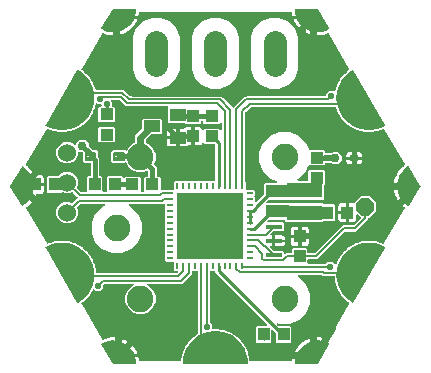
<source format=gbr>
G04 EAGLE Gerber RS-274X export*
G75*
%MOMM*%
%FSLAX34Y34*%
%LPD*%
%INBottom Copper*%
%IPPOS*%
%AMOC8*
5,1,8,0,0,1.08239X$1,22.5*%
G01*
%ADD10C,1.000000*%
%ADD11C,2.250000*%
%ADD12R,1.100000X1.000000*%
%ADD13R,1.000000X1.100000*%
%ADD14R,1.399997X0.400000*%
%ADD15R,0.550000X0.254000*%
%ADD16R,0.254000X0.550000*%
%ADD17R,5.600000X5.600000*%
%ADD18P,1.649562X8X22.500000*%
%ADD19R,1.500000X1.300000*%
%ADD20C,1.524000*%
%ADD21R,0.800000X0.500000*%
%ADD22C,0.200000*%
%ADD23R,1.400000X1.000000*%
%ADD24C,1.981200*%
%ADD25C,0.609600*%
%ADD26C,0.750000*%
%ADD27C,0.554800*%
%ADD28C,0.406400*%
%ADD29C,0.508000*%
%ADD30C,0.203200*%
%ADD31C,0.254000*%

G36*
X15120Y217438D02*
X15120Y217438D01*
X15224Y217441D01*
X15242Y217448D01*
X15262Y217449D01*
X15357Y217489D01*
X15455Y217525D01*
X15470Y217538D01*
X15489Y217545D01*
X15620Y217650D01*
X24962Y226992D01*
X93048Y226992D01*
X93068Y226995D01*
X93087Y226993D01*
X93189Y227015D01*
X93291Y227032D01*
X93308Y227041D01*
X93328Y227046D01*
X93417Y227099D01*
X93508Y227147D01*
X93522Y227161D01*
X93539Y227172D01*
X93606Y227250D01*
X93677Y227325D01*
X93686Y227343D01*
X93699Y227359D01*
X93737Y227455D01*
X93781Y227548D01*
X93783Y227568D01*
X93791Y227587D01*
X93809Y227753D01*
X93809Y229407D01*
X96327Y231925D01*
X99888Y231925D01*
X100297Y231517D01*
X100385Y231454D01*
X100472Y231386D01*
X100485Y231382D01*
X100496Y231374D01*
X100601Y231341D01*
X100704Y231305D01*
X100718Y231305D01*
X100731Y231301D01*
X100841Y231304D01*
X100950Y231303D01*
X100963Y231307D01*
X100977Y231308D01*
X101080Y231345D01*
X101184Y231379D01*
X101195Y231387D01*
X101208Y231392D01*
X101294Y231460D01*
X101381Y231525D01*
X101389Y231537D01*
X101400Y231546D01*
X101460Y231638D01*
X101522Y231727D01*
X101527Y231743D01*
X101533Y231753D01*
X101540Y231781D01*
X101577Y231886D01*
X101910Y233341D01*
X101912Y233376D01*
X101922Y233409D01*
X101919Y233498D01*
X101925Y233587D01*
X101916Y233620D01*
X101915Y233655D01*
X101892Y233731D01*
X102127Y234330D01*
X102134Y234362D01*
X102160Y234438D01*
X102303Y235063D01*
X102352Y235115D01*
X102419Y235174D01*
X102436Y235204D01*
X102460Y235229D01*
X102538Y235377D01*
X103344Y237429D01*
X103352Y237463D01*
X103367Y237494D01*
X103377Y237582D01*
X103396Y237669D01*
X103392Y237704D01*
X103396Y237738D01*
X103385Y237817D01*
X103707Y238374D01*
X103718Y238405D01*
X103756Y238476D01*
X103990Y239072D01*
X104047Y239117D01*
X104121Y239165D01*
X104143Y239192D01*
X104170Y239213D01*
X104270Y239348D01*
X105372Y241257D01*
X105385Y241289D01*
X105404Y241318D01*
X105428Y241404D01*
X105459Y241487D01*
X105461Y241522D01*
X105470Y241555D01*
X105470Y241634D01*
X105871Y242137D01*
X105884Y242161D01*
X105901Y242179D01*
X105910Y242197D01*
X105935Y242232D01*
X106256Y242786D01*
X106318Y242821D01*
X106399Y242858D01*
X106425Y242881D01*
X106455Y242898D01*
X106573Y243017D01*
X107948Y244740D01*
X107965Y244770D01*
X107989Y244796D01*
X108025Y244877D01*
X108068Y244955D01*
X108075Y244989D01*
X108089Y245020D01*
X108101Y245099D01*
X108573Y245536D01*
X108593Y245562D01*
X108650Y245620D01*
X109050Y246120D01*
X109116Y246146D01*
X109202Y246170D01*
X109231Y246190D01*
X109263Y246202D01*
X109398Y246302D01*
X111014Y247800D01*
X111036Y247828D01*
X111063Y247849D01*
X111111Y247924D01*
X111165Y247995D01*
X111177Y248027D01*
X111195Y248057D01*
X111219Y248132D01*
X111751Y248495D01*
X111775Y248518D01*
X111840Y248566D01*
X112309Y249001D01*
X112379Y249016D01*
X112467Y249027D01*
X112499Y249042D01*
X112533Y249050D01*
X112681Y249129D01*
X113136Y249439D01*
X113219Y249518D01*
X113304Y249595D01*
X113308Y249602D01*
X113314Y249608D01*
X113368Y249709D01*
X113423Y249809D01*
X113425Y249818D01*
X113429Y249826D01*
X113447Y249939D01*
X113468Y250051D01*
X113467Y250060D01*
X113469Y250068D01*
X113450Y250181D01*
X113434Y250295D01*
X113430Y250304D01*
X113429Y250311D01*
X113418Y250331D01*
X113367Y250448D01*
X96205Y280175D01*
X96146Y280247D01*
X96093Y280323D01*
X96068Y280341D01*
X96049Y280365D01*
X95970Y280415D01*
X95896Y280470D01*
X95867Y280480D01*
X95840Y280496D01*
X95750Y280518D01*
X95662Y280547D01*
X95631Y280546D01*
X95601Y280554D01*
X95509Y280545D01*
X95416Y280545D01*
X95379Y280534D01*
X95356Y280532D01*
X95327Y280519D01*
X95255Y280498D01*
X93692Y279853D01*
X90899Y279108D01*
X88032Y278734D01*
X85141Y278738D01*
X84123Y278873D01*
X84123Y281444D01*
X84198Y281429D01*
X84232Y281429D01*
X84278Y281419D01*
X87335Y281292D01*
X87369Y281298D01*
X87416Y281295D01*
X90454Y281661D01*
X90486Y281671D01*
X90532Y281677D01*
X93472Y282524D01*
X93502Y282540D01*
X93548Y282553D01*
X96314Y283861D01*
X96336Y283878D01*
X96363Y283888D01*
X96415Y283937D01*
X96473Y283980D01*
X96487Y284005D01*
X96508Y284025D01*
X96537Y284090D01*
X96573Y284152D01*
X96576Y284181D01*
X96588Y284207D01*
X96589Y284279D01*
X96598Y284349D01*
X96590Y284377D01*
X96591Y284406D01*
X96555Y284500D01*
X96544Y284541D01*
X96537Y284549D01*
X96533Y284562D01*
X87033Y301062D01*
X86981Y301120D01*
X86935Y301183D01*
X86916Y301194D01*
X86901Y301211D01*
X86831Y301244D01*
X86764Y301284D01*
X86740Y301288D01*
X86722Y301297D01*
X86677Y301299D01*
X86600Y301312D01*
X67600Y301312D01*
X67572Y301306D01*
X67544Y301309D01*
X67476Y301286D01*
X67405Y301272D01*
X67382Y301256D01*
X67355Y301247D01*
X67300Y301200D01*
X67241Y301160D01*
X67226Y301136D01*
X67205Y301117D01*
X67173Y301053D01*
X67134Y300992D01*
X67129Y300964D01*
X67117Y300939D01*
X67108Y300837D01*
X67101Y300796D01*
X67103Y300786D01*
X67102Y300773D01*
X67345Y297723D01*
X67354Y297690D01*
X67358Y297643D01*
X67899Y295436D01*
X65216Y295436D01*
X64931Y296504D01*
X64717Y298149D01*
X64690Y298239D01*
X64670Y298330D01*
X64655Y298356D01*
X64646Y298385D01*
X64592Y298461D01*
X64544Y298541D01*
X64521Y298561D01*
X64504Y298585D01*
X64428Y298640D01*
X64357Y298701D01*
X64329Y298713D01*
X64305Y298730D01*
X64216Y298758D01*
X64129Y298793D01*
X64091Y298797D01*
X64070Y298804D01*
X64038Y298803D01*
X63962Y298812D01*
X-63962Y298812D01*
X-64055Y298797D01*
X-64148Y298789D01*
X-64175Y298777D01*
X-64205Y298772D01*
X-64288Y298728D01*
X-64374Y298691D01*
X-64396Y298671D01*
X-64422Y298657D01*
X-64487Y298589D01*
X-64556Y298526D01*
X-64571Y298500D01*
X-64592Y298479D01*
X-64631Y298394D01*
X-64677Y298312D01*
X-64686Y298275D01*
X-64695Y298256D01*
X-64699Y298223D01*
X-64717Y298149D01*
X-64931Y296504D01*
X-65216Y295436D01*
X-67899Y295436D01*
X-67358Y297643D01*
X-67356Y297677D01*
X-67345Y297723D01*
X-67102Y300773D01*
X-67106Y300801D01*
X-67101Y300829D01*
X-67118Y300899D01*
X-67126Y300970D01*
X-67141Y300995D01*
X-67147Y301022D01*
X-67190Y301080D01*
X-67226Y301143D01*
X-67248Y301160D01*
X-67265Y301183D01*
X-67327Y301219D01*
X-67384Y301263D01*
X-67412Y301270D01*
X-67436Y301284D01*
X-67536Y301301D01*
X-67577Y301311D01*
X-67587Y301310D01*
X-67600Y301312D01*
X-86600Y301312D01*
X-86676Y301296D01*
X-86754Y301288D01*
X-86773Y301277D01*
X-86795Y301272D01*
X-86859Y301228D01*
X-86927Y301190D01*
X-86943Y301171D01*
X-86959Y301160D01*
X-86983Y301122D01*
X-87033Y301062D01*
X-96533Y284562D01*
X-96542Y284534D01*
X-96558Y284511D01*
X-96573Y284441D01*
X-96596Y284373D01*
X-96593Y284345D01*
X-96599Y284316D01*
X-96586Y284246D01*
X-96580Y284175D01*
X-96567Y284149D01*
X-96561Y284121D01*
X-96521Y284062D01*
X-96488Y283998D01*
X-96466Y283980D01*
X-96450Y283956D01*
X-96367Y283899D01*
X-96335Y283872D01*
X-96324Y283869D01*
X-96314Y283861D01*
X-93548Y282553D01*
X-93515Y282545D01*
X-93472Y282524D01*
X-90532Y281677D01*
X-90498Y281674D01*
X-90454Y281661D01*
X-87416Y281295D01*
X-87382Y281298D01*
X-87335Y281292D01*
X-84278Y281419D01*
X-84245Y281427D01*
X-84198Y281429D01*
X-84123Y281444D01*
X-84123Y278873D01*
X-85141Y278738D01*
X-88032Y278734D01*
X-90899Y279108D01*
X-93692Y279853D01*
X-95255Y280498D01*
X-95345Y280519D01*
X-95434Y280547D01*
X-95464Y280547D01*
X-95494Y280554D01*
X-95587Y280545D01*
X-95680Y280544D01*
X-95709Y280533D01*
X-95739Y280530D01*
X-95824Y280493D01*
X-95911Y280462D01*
X-95936Y280443D01*
X-95964Y280430D01*
X-96032Y280367D01*
X-96105Y280310D01*
X-96128Y280279D01*
X-96145Y280264D01*
X-96160Y280235D01*
X-96205Y280175D01*
X-113367Y250448D01*
X-113407Y250341D01*
X-113450Y250235D01*
X-113451Y250226D01*
X-113454Y250218D01*
X-113458Y250104D01*
X-113465Y249990D01*
X-113462Y249981D01*
X-113463Y249973D01*
X-113430Y249862D01*
X-113400Y249752D01*
X-113395Y249745D01*
X-113393Y249737D01*
X-113327Y249643D01*
X-113263Y249548D01*
X-113255Y249541D01*
X-113251Y249535D01*
X-113233Y249522D01*
X-113136Y249439D01*
X-112681Y249129D01*
X-112649Y249114D01*
X-112622Y249092D01*
X-112539Y249062D01*
X-112458Y249025D01*
X-112423Y249021D01*
X-112391Y249009D01*
X-112312Y249003D01*
X-111840Y248566D01*
X-111812Y248548D01*
X-111751Y248495D01*
X-111221Y248134D01*
X-111191Y248069D01*
X-111160Y247986D01*
X-111139Y247959D01*
X-111124Y247927D01*
X-111014Y247800D01*
X-109398Y246302D01*
X-109369Y246283D01*
X-109345Y246257D01*
X-109267Y246215D01*
X-109193Y246166D01*
X-109159Y246157D01*
X-109129Y246140D01*
X-109052Y246123D01*
X-108650Y245620D01*
X-108626Y245598D01*
X-108573Y245536D01*
X-108103Y245101D01*
X-108083Y245032D01*
X-108065Y244945D01*
X-108048Y244915D01*
X-108038Y244882D01*
X-107948Y244740D01*
X-106573Y243017D01*
X-106548Y242994D01*
X-106528Y242965D01*
X-106457Y242912D01*
X-106391Y242852D01*
X-106359Y242838D01*
X-106331Y242818D01*
X-106257Y242789D01*
X-105935Y242232D01*
X-105914Y242206D01*
X-105871Y242137D01*
X-105472Y241637D01*
X-105462Y241566D01*
X-105457Y241477D01*
X-105445Y241445D01*
X-105440Y241411D01*
X-105372Y241257D01*
X-104270Y239348D01*
X-104248Y239321D01*
X-104232Y239290D01*
X-104170Y239227D01*
X-104114Y239158D01*
X-104084Y239140D01*
X-104060Y239115D01*
X-103991Y239075D01*
X-103756Y238476D01*
X-103739Y238448D01*
X-103707Y238374D01*
X-103386Y237819D01*
X-103387Y237748D01*
X-103396Y237659D01*
X-103388Y237625D01*
X-103388Y237591D01*
X-103344Y237429D01*
X-102538Y235377D01*
X-102521Y235347D01*
X-102510Y235314D01*
X-102458Y235242D01*
X-102413Y235166D01*
X-102386Y235143D01*
X-102366Y235115D01*
X-102304Y235066D01*
X-102160Y234438D01*
X-102148Y234408D01*
X-102127Y234330D01*
X-101893Y233733D01*
X-101904Y233663D01*
X-101926Y233577D01*
X-101923Y233542D01*
X-101929Y233508D01*
X-101923Y233453D01*
X-101923Y233450D01*
X-101921Y233443D01*
X-101910Y233341D01*
X-101905Y233320D01*
X-101883Y233266D01*
X-101871Y233210D01*
X-101837Y233153D01*
X-101812Y233092D01*
X-101774Y233048D01*
X-101744Y232999D01*
X-101695Y232956D01*
X-101652Y232906D01*
X-101602Y232876D01*
X-101558Y232839D01*
X-101496Y232814D01*
X-101440Y232781D01*
X-101383Y232768D01*
X-101329Y232747D01*
X-101230Y232736D01*
X-101199Y232729D01*
X-101185Y232731D01*
X-101163Y232728D01*
X-77693Y232728D01*
X-72328Y227363D01*
X-72254Y227310D01*
X-72185Y227251D01*
X-72154Y227238D01*
X-72128Y227220D01*
X-72041Y227193D01*
X-71956Y227159D01*
X-71915Y227154D01*
X-71893Y227147D01*
X-71861Y227148D01*
X-71790Y227140D01*
X5053Y227140D01*
X6764Y225429D01*
X14543Y217650D01*
X14559Y217639D01*
X14572Y217623D01*
X14659Y217567D01*
X14743Y217507D01*
X14762Y217501D01*
X14778Y217490D01*
X14879Y217465D01*
X14978Y217434D01*
X14998Y217435D01*
X15017Y217430D01*
X15120Y217438D01*
G37*
G36*
X-33144Y77051D02*
X-33144Y77051D01*
X-33053Y77059D01*
X-33023Y77071D01*
X-32991Y77076D01*
X-32911Y77119D01*
X-32827Y77155D01*
X-32795Y77181D01*
X-32774Y77192D01*
X-32752Y77215D01*
X-32696Y77260D01*
X-31855Y78101D01*
X-31813Y78159D01*
X-31764Y78211D01*
X-31742Y78258D01*
X-31711Y78300D01*
X-31690Y78369D01*
X-31660Y78434D01*
X-31654Y78486D01*
X-31639Y78536D01*
X-31641Y78607D01*
X-31633Y78678D01*
X-31644Y78729D01*
X-31645Y78781D01*
X-31670Y78849D01*
X-31685Y78919D01*
X-31712Y78964D01*
X-31730Y79012D01*
X-31775Y79068D01*
X-31811Y79130D01*
X-31851Y79164D01*
X-31884Y79204D01*
X-31944Y79243D01*
X-31998Y79290D01*
X-32047Y79309D01*
X-32090Y79337D01*
X-32160Y79355D01*
X-32226Y79382D01*
X-32298Y79390D01*
X-32329Y79398D01*
X-32352Y79396D01*
X-32393Y79400D01*
X-34171Y79400D01*
X-35064Y80293D01*
X-35064Y86412D01*
X-35067Y86432D01*
X-35065Y86451D01*
X-35087Y86553D01*
X-35104Y86655D01*
X-35113Y86672D01*
X-35118Y86692D01*
X-35171Y86781D01*
X-35219Y86872D01*
X-35233Y86886D01*
X-35244Y86903D01*
X-35322Y86970D01*
X-35397Y87042D01*
X-35415Y87050D01*
X-35431Y87063D01*
X-35527Y87102D01*
X-35620Y87145D01*
X-35640Y87147D01*
X-35659Y87155D01*
X-35825Y87173D01*
X-41944Y87173D01*
X-42837Y88066D01*
X-42837Y91870D01*
X-42777Y91930D01*
X-42765Y91946D01*
X-42749Y91959D01*
X-42693Y92046D01*
X-42633Y92130D01*
X-42627Y92149D01*
X-42616Y92166D01*
X-42591Y92266D01*
X-42561Y92365D01*
X-42561Y92385D01*
X-42556Y92404D01*
X-42564Y92507D01*
X-42567Y92611D01*
X-42574Y92630D01*
X-42575Y92649D01*
X-42616Y92745D01*
X-42651Y92842D01*
X-42664Y92858D01*
X-42672Y92876D01*
X-42777Y93007D01*
X-42837Y93067D01*
X-42837Y96871D01*
X-42776Y96932D01*
X-42764Y96948D01*
X-42749Y96960D01*
X-42693Y97047D01*
X-42633Y97131D01*
X-42627Y97150D01*
X-42616Y97167D01*
X-42591Y97268D01*
X-42560Y97366D01*
X-42561Y97386D01*
X-42556Y97406D01*
X-42564Y97509D01*
X-42567Y97612D01*
X-42573Y97631D01*
X-42575Y97651D01*
X-42615Y97746D01*
X-42651Y97843D01*
X-42663Y97859D01*
X-42671Y97877D01*
X-42776Y98008D01*
X-42837Y98069D01*
X-42837Y101873D01*
X-42777Y101933D01*
X-42765Y101949D01*
X-42749Y101962D01*
X-42693Y102049D01*
X-42633Y102133D01*
X-42627Y102152D01*
X-42616Y102169D01*
X-42591Y102269D01*
X-42561Y102368D01*
X-42561Y102388D01*
X-42556Y102407D01*
X-42564Y102510D01*
X-42567Y102614D01*
X-42574Y102633D01*
X-42575Y102652D01*
X-42616Y102748D01*
X-42651Y102845D01*
X-42664Y102861D01*
X-42672Y102879D01*
X-42777Y103010D01*
X-42837Y103070D01*
X-42837Y106874D01*
X-42777Y106934D01*
X-42765Y106950D01*
X-42749Y106963D01*
X-42693Y107050D01*
X-42633Y107134D01*
X-42627Y107153D01*
X-42616Y107170D01*
X-42591Y107270D01*
X-42561Y107369D01*
X-42561Y107389D01*
X-42556Y107408D01*
X-42564Y107511D01*
X-42567Y107615D01*
X-42574Y107634D01*
X-42575Y107653D01*
X-42616Y107749D01*
X-42651Y107846D01*
X-42664Y107862D01*
X-42672Y107880D01*
X-42777Y108011D01*
X-42837Y108071D01*
X-42837Y111875D01*
X-42777Y111935D01*
X-42765Y111951D01*
X-42749Y111964D01*
X-42693Y112051D01*
X-42633Y112135D01*
X-42627Y112154D01*
X-42616Y112171D01*
X-42591Y112271D01*
X-42561Y112370D01*
X-42561Y112390D01*
X-42556Y112409D01*
X-42564Y112512D01*
X-42567Y112616D01*
X-42574Y112635D01*
X-42575Y112654D01*
X-42616Y112750D01*
X-42651Y112847D01*
X-42664Y112863D01*
X-42672Y112881D01*
X-42777Y113012D01*
X-42837Y113072D01*
X-42837Y116876D01*
X-42776Y116937D01*
X-42764Y116953D01*
X-42749Y116965D01*
X-42693Y117052D01*
X-42633Y117136D01*
X-42627Y117155D01*
X-42616Y117172D01*
X-42591Y117273D01*
X-42560Y117371D01*
X-42561Y117391D01*
X-42556Y117411D01*
X-42564Y117514D01*
X-42567Y117617D01*
X-42573Y117636D01*
X-42575Y117656D01*
X-42615Y117751D01*
X-42651Y117848D01*
X-42663Y117864D01*
X-42671Y117882D01*
X-42776Y118013D01*
X-42837Y118074D01*
X-42837Y121878D01*
X-42777Y121938D01*
X-42765Y121954D01*
X-42749Y121967D01*
X-42693Y122054D01*
X-42633Y122138D01*
X-42627Y122157D01*
X-42616Y122174D01*
X-42591Y122274D01*
X-42561Y122373D01*
X-42561Y122393D01*
X-42556Y122412D01*
X-42564Y122515D01*
X-42567Y122619D01*
X-42574Y122638D01*
X-42575Y122657D01*
X-42616Y122753D01*
X-42651Y122850D01*
X-42664Y122866D01*
X-42672Y122884D01*
X-42777Y123015D01*
X-42837Y123075D01*
X-42837Y126879D01*
X-42777Y126939D01*
X-42765Y126955D01*
X-42749Y126968D01*
X-42693Y127055D01*
X-42633Y127139D01*
X-42627Y127158D01*
X-42616Y127175D01*
X-42591Y127275D01*
X-42561Y127374D01*
X-42561Y127394D01*
X-42556Y127413D01*
X-42564Y127516D01*
X-42567Y127620D01*
X-42574Y127639D01*
X-42575Y127658D01*
X-42616Y127754D01*
X-42651Y127851D01*
X-42664Y127867D01*
X-42672Y127885D01*
X-42777Y128016D01*
X-42837Y128076D01*
X-42837Y131880D01*
X-42777Y131940D01*
X-42765Y131956D01*
X-42749Y131969D01*
X-42693Y132056D01*
X-42633Y132140D01*
X-42627Y132159D01*
X-42616Y132176D01*
X-42591Y132276D01*
X-42561Y132375D01*
X-42561Y132395D01*
X-42556Y132414D01*
X-42564Y132517D01*
X-42567Y132621D01*
X-42574Y132640D01*
X-42575Y132659D01*
X-42616Y132755D01*
X-42651Y132852D01*
X-42664Y132868D01*
X-42672Y132886D01*
X-42777Y133017D01*
X-42837Y133077D01*
X-42837Y135092D01*
X-42840Y135111D01*
X-42838Y135131D01*
X-42860Y135232D01*
X-42877Y135334D01*
X-42886Y135352D01*
X-42891Y135371D01*
X-42944Y135460D01*
X-42992Y135552D01*
X-43006Y135565D01*
X-43017Y135582D01*
X-43095Y135650D01*
X-43170Y135721D01*
X-43188Y135729D01*
X-43204Y135742D01*
X-43300Y135781D01*
X-43393Y135825D01*
X-43413Y135827D01*
X-43432Y135834D01*
X-43598Y135853D01*
X-72709Y135853D01*
X-72805Y135837D01*
X-72902Y135828D01*
X-72926Y135817D01*
X-72952Y135813D01*
X-73038Y135768D01*
X-73127Y135728D01*
X-73146Y135710D01*
X-73169Y135698D01*
X-73236Y135627D01*
X-73308Y135561D01*
X-73321Y135539D01*
X-73339Y135520D01*
X-73380Y135431D01*
X-73427Y135346D01*
X-73431Y135320D01*
X-73442Y135297D01*
X-73453Y135200D01*
X-73470Y135104D01*
X-73466Y135078D01*
X-73469Y135052D01*
X-73449Y134957D01*
X-73434Y134861D01*
X-73423Y134837D01*
X-73417Y134812D01*
X-73367Y134728D01*
X-73323Y134641D01*
X-73304Y134623D01*
X-73291Y134601D01*
X-73217Y134537D01*
X-73147Y134469D01*
X-73119Y134453D01*
X-73104Y134441D01*
X-73073Y134428D01*
X-73000Y134388D01*
X-71372Y133714D01*
X-65349Y127691D01*
X-62089Y119821D01*
X-62089Y111304D01*
X-65349Y103434D01*
X-71372Y97411D01*
X-79241Y94152D01*
X-87759Y94152D01*
X-95628Y97411D01*
X-101651Y103434D01*
X-104911Y111304D01*
X-104911Y119821D01*
X-101651Y127691D01*
X-95628Y133714D01*
X-94000Y134388D01*
X-93917Y134440D01*
X-93831Y134485D01*
X-93813Y134504D01*
X-93791Y134518D01*
X-93728Y134593D01*
X-93661Y134663D01*
X-93650Y134687D01*
X-93634Y134707D01*
X-93599Y134798D01*
X-93558Y134887D01*
X-93555Y134913D01*
X-93546Y134937D01*
X-93541Y135034D01*
X-93531Y135131D01*
X-93536Y135156D01*
X-93535Y135183D01*
X-93562Y135276D01*
X-93583Y135371D01*
X-93596Y135394D01*
X-93604Y135419D01*
X-93659Y135499D01*
X-93709Y135582D01*
X-93729Y135599D01*
X-93744Y135621D01*
X-93822Y135679D01*
X-93896Y135742D01*
X-93920Y135752D01*
X-93941Y135768D01*
X-94034Y135798D01*
X-94124Y135834D01*
X-94157Y135838D01*
X-94175Y135844D01*
X-94208Y135844D01*
X-94291Y135853D01*
X-114239Y135853D01*
X-114329Y135838D01*
X-114420Y135831D01*
X-114450Y135818D01*
X-114482Y135813D01*
X-114562Y135770D01*
X-114646Y135735D01*
X-114678Y135709D01*
X-114699Y135698D01*
X-114721Y135675D01*
X-114777Y135630D01*
X-117001Y133406D01*
X-117069Y133311D01*
X-117139Y133217D01*
X-117141Y133211D01*
X-117145Y133206D01*
X-117179Y133095D01*
X-117215Y132983D01*
X-117215Y132977D01*
X-117217Y132971D01*
X-117214Y132853D01*
X-117213Y132737D01*
X-117211Y132730D01*
X-117211Y132725D01*
X-117204Y132707D01*
X-117166Y132576D01*
X-116268Y130406D01*
X-116268Y126769D01*
X-117660Y123407D01*
X-120232Y120835D01*
X-123594Y119443D01*
X-127231Y119443D01*
X-130593Y120835D01*
X-133165Y123407D01*
X-134557Y126769D01*
X-134557Y130406D01*
X-133165Y133768D01*
X-130593Y136340D01*
X-127231Y137732D01*
X-123594Y137732D01*
X-121424Y136834D01*
X-121357Y136818D01*
X-121342Y136812D01*
X-121321Y136809D01*
X-121311Y136807D01*
X-121197Y136778D01*
X-121191Y136779D01*
X-121185Y136777D01*
X-121068Y136788D01*
X-120952Y136798D01*
X-120946Y136800D01*
X-120940Y136801D01*
X-120833Y136848D01*
X-120725Y136894D01*
X-120720Y136899D01*
X-120715Y136901D01*
X-120701Y136913D01*
X-120663Y136944D01*
X-120655Y136948D01*
X-120647Y136957D01*
X-120594Y136999D01*
X-116844Y140749D01*
X-116832Y140765D01*
X-116817Y140778D01*
X-116761Y140865D01*
X-116700Y140949D01*
X-116695Y140968D01*
X-116684Y140985D01*
X-116658Y141085D01*
X-116628Y141184D01*
X-116629Y141204D01*
X-116624Y141223D01*
X-116632Y141326D01*
X-116634Y141430D01*
X-116641Y141449D01*
X-116643Y141469D01*
X-116683Y141564D01*
X-116719Y141661D01*
X-116731Y141677D01*
X-116739Y141695D01*
X-116844Y141826D01*
X-120594Y145576D01*
X-120688Y145644D01*
X-120783Y145714D01*
X-120789Y145716D01*
X-120794Y145720D01*
X-120905Y145754D01*
X-121017Y145790D01*
X-121023Y145790D01*
X-121029Y145792D01*
X-121146Y145789D01*
X-121263Y145788D01*
X-121270Y145786D01*
X-121275Y145786D01*
X-121293Y145779D01*
X-121424Y145741D01*
X-123594Y144843D01*
X-127231Y144843D01*
X-129330Y145712D01*
X-129443Y145739D01*
X-129557Y145767D01*
X-129563Y145767D01*
X-129569Y145768D01*
X-129686Y145757D01*
X-129802Y145748D01*
X-129808Y145746D01*
X-129814Y145745D01*
X-129922Y145697D01*
X-130028Y145652D01*
X-130034Y145647D01*
X-130039Y145645D01*
X-130053Y145632D01*
X-130159Y145547D01*
X-130331Y145375D01*
X-141594Y145375D01*
X-142487Y146268D01*
X-142487Y158532D01*
X-141594Y159425D01*
X-133223Y159425D01*
X-133133Y159439D01*
X-133042Y159447D01*
X-133012Y159459D01*
X-132980Y159464D01*
X-132900Y159507D01*
X-132816Y159543D01*
X-132784Y159569D01*
X-132763Y159580D01*
X-132741Y159603D01*
X-132685Y159648D01*
X-130593Y161740D01*
X-127231Y163132D01*
X-123594Y163132D01*
X-120232Y161740D01*
X-117660Y159168D01*
X-116268Y155806D01*
X-116268Y152169D01*
X-117166Y149999D01*
X-117175Y149960D01*
X-117185Y149939D01*
X-117189Y149901D01*
X-117193Y149886D01*
X-117222Y149772D01*
X-117221Y149766D01*
X-117223Y149760D01*
X-117212Y149643D01*
X-117202Y149527D01*
X-117200Y149521D01*
X-117199Y149515D01*
X-117152Y149408D01*
X-117106Y149300D01*
X-117101Y149295D01*
X-117099Y149290D01*
X-117087Y149276D01*
X-117001Y149169D01*
X-113990Y146158D01*
X-113916Y146105D01*
X-113847Y146046D01*
X-113817Y146034D01*
X-113790Y146015D01*
X-113703Y145988D01*
X-113618Y145954D01*
X-113578Y145949D01*
X-113555Y145942D01*
X-113523Y145943D01*
X-113452Y145935D01*
X-109448Y145935D01*
X-109429Y145938D01*
X-109409Y145936D01*
X-109308Y145958D01*
X-109206Y145975D01*
X-109188Y145984D01*
X-109169Y145989D01*
X-109080Y146042D01*
X-108988Y146090D01*
X-108975Y146104D01*
X-108958Y146115D01*
X-108890Y146193D01*
X-108819Y146268D01*
X-108811Y146286D01*
X-108798Y146302D01*
X-108759Y146398D01*
X-108715Y146491D01*
X-108713Y146511D01*
X-108706Y146530D01*
X-108687Y146696D01*
X-108687Y158532D01*
X-107794Y159425D01*
X-106480Y159425D01*
X-106461Y159428D01*
X-106441Y159426D01*
X-106340Y159448D01*
X-106238Y159464D01*
X-106220Y159474D01*
X-106201Y159478D01*
X-106112Y159531D01*
X-106020Y159580D01*
X-106007Y159594D01*
X-105990Y159604D01*
X-105922Y159683D01*
X-105851Y159758D01*
X-105843Y159776D01*
X-105830Y159791D01*
X-105791Y159887D01*
X-105747Y159981D01*
X-105745Y160001D01*
X-105738Y160019D01*
X-105719Y160186D01*
X-105719Y169927D01*
X-105722Y169946D01*
X-105720Y169966D01*
X-105742Y170067D01*
X-105759Y170169D01*
X-105768Y170187D01*
X-105773Y170206D01*
X-105826Y170295D01*
X-105874Y170387D01*
X-105888Y170400D01*
X-105899Y170417D01*
X-105977Y170485D01*
X-106052Y170556D01*
X-106070Y170564D01*
X-106086Y170577D01*
X-106182Y170616D01*
X-106275Y170660D01*
X-106295Y170662D01*
X-106314Y170669D01*
X-106480Y170688D01*
X-110708Y170688D01*
X-112187Y172167D01*
X-112187Y179317D01*
X-112190Y179337D01*
X-112188Y179356D01*
X-112210Y179458D01*
X-112227Y179560D01*
X-112236Y179577D01*
X-112241Y179597D01*
X-112294Y179686D01*
X-112342Y179777D01*
X-112356Y179791D01*
X-112367Y179808D01*
X-112445Y179875D01*
X-112520Y179947D01*
X-112538Y179955D01*
X-112554Y179968D01*
X-112650Y180007D01*
X-112743Y180050D01*
X-112763Y180052D01*
X-112782Y180060D01*
X-112948Y180078D01*
X-114897Y180078D01*
X-114968Y180149D01*
X-115026Y180191D01*
X-115078Y180240D01*
X-115126Y180262D01*
X-115168Y180293D01*
X-115237Y180314D01*
X-115302Y180344D01*
X-115353Y180350D01*
X-115403Y180365D01*
X-115475Y180363D01*
X-115546Y180371D01*
X-115597Y180360D01*
X-115649Y180359D01*
X-115716Y180334D01*
X-115786Y180319D01*
X-115831Y180292D01*
X-115880Y180274D01*
X-115936Y180229D01*
X-115997Y180193D01*
X-116031Y180153D01*
X-116072Y180121D01*
X-116111Y180060D01*
X-116157Y180006D01*
X-116177Y179957D01*
X-116205Y179914D01*
X-116222Y179844D01*
X-116249Y179778D01*
X-116257Y179706D01*
X-116265Y179675D01*
X-116263Y179652D01*
X-116268Y179611D01*
X-116268Y177569D01*
X-117660Y174207D01*
X-120232Y171635D01*
X-123594Y170243D01*
X-127231Y170243D01*
X-130593Y171635D01*
X-133165Y174207D01*
X-134557Y177569D01*
X-134557Y181206D01*
X-133165Y184568D01*
X-130593Y187140D01*
X-127231Y188532D01*
X-123594Y188532D01*
X-120232Y187140D01*
X-119287Y186194D01*
X-119229Y186153D01*
X-119177Y186103D01*
X-119129Y186081D01*
X-119087Y186051D01*
X-119019Y186030D01*
X-118953Y186000D01*
X-118902Y185994D01*
X-118852Y185978D01*
X-118780Y185980D01*
X-118709Y185972D01*
X-118658Y185983D01*
X-118606Y185985D01*
X-118539Y186009D01*
X-118469Y186025D01*
X-118424Y186051D01*
X-118375Y186069D01*
X-118319Y186114D01*
X-118258Y186151D01*
X-118224Y186190D01*
X-118183Y186223D01*
X-118144Y186283D01*
X-118098Y186338D01*
X-118078Y186386D01*
X-118050Y186430D01*
X-118033Y186499D01*
X-118006Y186566D01*
X-117998Y186637D01*
X-117990Y186668D01*
X-117992Y186692D01*
X-117987Y186733D01*
X-117987Y187538D01*
X-114897Y190628D01*
X-110528Y190628D01*
X-107438Y187538D01*
X-107438Y185424D01*
X-107423Y185333D01*
X-107416Y185243D01*
X-107403Y185213D01*
X-107398Y185181D01*
X-107355Y185100D01*
X-107320Y185016D01*
X-107294Y184984D01*
X-107283Y184963D01*
X-107260Y184941D01*
X-107215Y184885D01*
X-104290Y181960D01*
X-104216Y181907D01*
X-104146Y181848D01*
X-104116Y181836D01*
X-104090Y181817D01*
X-104003Y181790D01*
X-103918Y181756D01*
X-103877Y181751D01*
X-103855Y181744D01*
X-103823Y181745D01*
X-103751Y181737D01*
X-100617Y181737D01*
X-99138Y180258D01*
X-99138Y175033D01*
X-99123Y174943D01*
X-99116Y174852D01*
X-99103Y174822D01*
X-99098Y174790D01*
X-99055Y174710D01*
X-99020Y174626D01*
X-98994Y174594D01*
X-98983Y174573D01*
X-98960Y174551D01*
X-98915Y174495D01*
X-98606Y174186D01*
X-98606Y160186D01*
X-98603Y160166D01*
X-98605Y160147D01*
X-98583Y160045D01*
X-98566Y159943D01*
X-98557Y159926D01*
X-98552Y159906D01*
X-98499Y159817D01*
X-98451Y159726D01*
X-98437Y159712D01*
X-98426Y159695D01*
X-98348Y159628D01*
X-98273Y159556D01*
X-98255Y159548D01*
X-98239Y159535D01*
X-98143Y159496D01*
X-98050Y159453D01*
X-98030Y159451D01*
X-98011Y159443D01*
X-97845Y159425D01*
X-96531Y159425D01*
X-95638Y158532D01*
X-95638Y146696D01*
X-95635Y146677D01*
X-95637Y146657D01*
X-95615Y146556D01*
X-95598Y146454D01*
X-95589Y146436D01*
X-95584Y146417D01*
X-95531Y146328D01*
X-95483Y146236D01*
X-95469Y146223D01*
X-95458Y146206D01*
X-95380Y146138D01*
X-95305Y146067D01*
X-95287Y146059D01*
X-95271Y146046D01*
X-95175Y146007D01*
X-95082Y145963D01*
X-95062Y145961D01*
X-95043Y145954D01*
X-94877Y145935D01*
X-92448Y145935D01*
X-92429Y145938D01*
X-92409Y145936D01*
X-92308Y145958D01*
X-92206Y145975D01*
X-92188Y145984D01*
X-92169Y145989D01*
X-92080Y146042D01*
X-91988Y146090D01*
X-91975Y146104D01*
X-91958Y146115D01*
X-91890Y146193D01*
X-91819Y146268D01*
X-91811Y146286D01*
X-91798Y146302D01*
X-91759Y146398D01*
X-91715Y146491D01*
X-91713Y146511D01*
X-91706Y146530D01*
X-91687Y146696D01*
X-91687Y158532D01*
X-90794Y159425D01*
X-79531Y159425D01*
X-78620Y158513D01*
X-78606Y158477D01*
X-78598Y158426D01*
X-78564Y158363D01*
X-78540Y158295D01*
X-78507Y158255D01*
X-78483Y158209D01*
X-78431Y158159D01*
X-78386Y158103D01*
X-78342Y158075D01*
X-78305Y158039D01*
X-78240Y158009D01*
X-78179Y157970D01*
X-78129Y157958D01*
X-78082Y157936D01*
X-78010Y157928D01*
X-77941Y157910D01*
X-77889Y157914D01*
X-77837Y157909D01*
X-77767Y157924D01*
X-77696Y157929D01*
X-77648Y157950D01*
X-77597Y157961D01*
X-77535Y157998D01*
X-77469Y158026D01*
X-77413Y158071D01*
X-77386Y158087D01*
X-77370Y158105D01*
X-77338Y158131D01*
X-76544Y158925D01*
X-64281Y158925D01*
X-63388Y158032D01*
X-63388Y146696D01*
X-63385Y146677D01*
X-63387Y146657D01*
X-63365Y146556D01*
X-63348Y146454D01*
X-63339Y146436D01*
X-63334Y146417D01*
X-63281Y146328D01*
X-63233Y146236D01*
X-63219Y146223D01*
X-63208Y146206D01*
X-63130Y146138D01*
X-63055Y146067D01*
X-63037Y146059D01*
X-63021Y146046D01*
X-62925Y146007D01*
X-62832Y145963D01*
X-62812Y145961D01*
X-62793Y145954D01*
X-62627Y145935D01*
X-61198Y145935D01*
X-61179Y145938D01*
X-61159Y145936D01*
X-61058Y145958D01*
X-60956Y145975D01*
X-60938Y145984D01*
X-60919Y145989D01*
X-60830Y146042D01*
X-60738Y146090D01*
X-60725Y146104D01*
X-60708Y146115D01*
X-60640Y146193D01*
X-60569Y146268D01*
X-60561Y146286D01*
X-60548Y146302D01*
X-60509Y146398D01*
X-60465Y146491D01*
X-60463Y146511D01*
X-60456Y146530D01*
X-60437Y146696D01*
X-60437Y158032D01*
X-59544Y158925D01*
X-57730Y158925D01*
X-57711Y158928D01*
X-57691Y158926D01*
X-57590Y158948D01*
X-57488Y158964D01*
X-57470Y158974D01*
X-57451Y158978D01*
X-57362Y159031D01*
X-57270Y159080D01*
X-57257Y159094D01*
X-57240Y159104D01*
X-57172Y159183D01*
X-57101Y159258D01*
X-57093Y159276D01*
X-57080Y159291D01*
X-57041Y159387D01*
X-56997Y159481D01*
X-56995Y159501D01*
X-56988Y159519D01*
X-56969Y159686D01*
X-56969Y163301D01*
X-56977Y163346D01*
X-56975Y163392D01*
X-56996Y163467D01*
X-57009Y163544D01*
X-57030Y163584D01*
X-57043Y163628D01*
X-57088Y163692D01*
X-57124Y163761D01*
X-57157Y163793D01*
X-57183Y163831D01*
X-57246Y163877D01*
X-57302Y163931D01*
X-57344Y163950D01*
X-57381Y163977D01*
X-57455Y164001D01*
X-57525Y164034D01*
X-57571Y164039D01*
X-57615Y164053D01*
X-57693Y164053D01*
X-57770Y164061D01*
X-57815Y164052D01*
X-57861Y164051D01*
X-57992Y164013D01*
X-58010Y164009D01*
X-58015Y164006D01*
X-58022Y164004D01*
X-60959Y162788D01*
X-66041Y162788D01*
X-70736Y164733D01*
X-74330Y168326D01*
X-75255Y170561D01*
X-75280Y170600D01*
X-75295Y170643D01*
X-75344Y170703D01*
X-75385Y170770D01*
X-75420Y170799D01*
X-75449Y170835D01*
X-75515Y170877D01*
X-75574Y170926D01*
X-75617Y170943D01*
X-75656Y170968D01*
X-75731Y170987D01*
X-75804Y171015D01*
X-75850Y171017D01*
X-75895Y171028D01*
X-75972Y171022D01*
X-76050Y171025D01*
X-76094Y171012D01*
X-76140Y171009D01*
X-76211Y170978D01*
X-76286Y170956D01*
X-76324Y170930D01*
X-76366Y170912D01*
X-76473Y170827D01*
X-76488Y170816D01*
X-76491Y170812D01*
X-76497Y170807D01*
X-76617Y170688D01*
X-86708Y170688D01*
X-88187Y172167D01*
X-88187Y180258D01*
X-86708Y181737D01*
X-76617Y181737D01*
X-76116Y181237D01*
X-76079Y181210D01*
X-76048Y181176D01*
X-75980Y181139D01*
X-75916Y181093D01*
X-75873Y181080D01*
X-75832Y181058D01*
X-75756Y181044D01*
X-75681Y181021D01*
X-75636Y181022D01*
X-75590Y181014D01*
X-75513Y181025D01*
X-75435Y181027D01*
X-75392Y181043D01*
X-75347Y181050D01*
X-75278Y181085D01*
X-75204Y181112D01*
X-75169Y181140D01*
X-75128Y181161D01*
X-75073Y181217D01*
X-75012Y181265D01*
X-74988Y181304D01*
X-74955Y181337D01*
X-74890Y181457D01*
X-74879Y181472D01*
X-74878Y181477D01*
X-74875Y181484D01*
X-74330Y182799D01*
X-70736Y186392D01*
X-68543Y187301D01*
X-68443Y187363D01*
X-68343Y187423D01*
X-68339Y187427D01*
X-68334Y187431D01*
X-68259Y187521D01*
X-68183Y187609D01*
X-68181Y187615D01*
X-68177Y187620D01*
X-68135Y187729D01*
X-68091Y187838D01*
X-68090Y187845D01*
X-68089Y187850D01*
X-68088Y187868D01*
X-68073Y188004D01*
X-68073Y193869D01*
X-65171Y196771D01*
X-62610Y199332D01*
X-62557Y199406D01*
X-62498Y199475D01*
X-62486Y199505D01*
X-62467Y199531D01*
X-62440Y199618D01*
X-62406Y199703D01*
X-62401Y199744D01*
X-62394Y199766D01*
X-62395Y199799D01*
X-62387Y199870D01*
X-62387Y207244D01*
X-61494Y208137D01*
X-46231Y208137D01*
X-45338Y207244D01*
X-45338Y195981D01*
X-46231Y195088D01*
X-53605Y195088D01*
X-53695Y195073D01*
X-53786Y195066D01*
X-53816Y195053D01*
X-53848Y195048D01*
X-53929Y195005D01*
X-54012Y194970D01*
X-54045Y194944D01*
X-54065Y194933D01*
X-54087Y194910D01*
X-54143Y194865D01*
X-58704Y190304D01*
X-58757Y190230D01*
X-58817Y190160D01*
X-58829Y190130D01*
X-58848Y190104D01*
X-58875Y190017D01*
X-58909Y189932D01*
X-58913Y189891D01*
X-58920Y189869D01*
X-58919Y189837D01*
X-58927Y189766D01*
X-58927Y188004D01*
X-58908Y187890D01*
X-58891Y187773D01*
X-58889Y187768D01*
X-58888Y187762D01*
X-58833Y187659D01*
X-58780Y187554D01*
X-58775Y187550D01*
X-58772Y187544D01*
X-58688Y187464D01*
X-58604Y187382D01*
X-58598Y187378D01*
X-58594Y187375D01*
X-58577Y187367D01*
X-58457Y187301D01*
X-56264Y186392D01*
X-52670Y182799D01*
X-50725Y178104D01*
X-50725Y173021D01*
X-52055Y169812D01*
X-52065Y169769D01*
X-52082Y169732D01*
X-52089Y169668D01*
X-52110Y169585D01*
X-52109Y169578D01*
X-52111Y169572D01*
X-52106Y169517D01*
X-52109Y169488D01*
X-52099Y169440D01*
X-52091Y169339D01*
X-52088Y169334D01*
X-52088Y169327D01*
X-52061Y169268D01*
X-52057Y169247D01*
X-52039Y169217D01*
X-51995Y169113D01*
X-51990Y169107D01*
X-51988Y169103D01*
X-51975Y169089D01*
X-51890Y168982D01*
X-49856Y166948D01*
X-49856Y159686D01*
X-49853Y159666D01*
X-49855Y159647D01*
X-49833Y159545D01*
X-49816Y159443D01*
X-49807Y159426D01*
X-49802Y159406D01*
X-49749Y159317D01*
X-49701Y159226D01*
X-49687Y159212D01*
X-49676Y159195D01*
X-49598Y159128D01*
X-49523Y159056D01*
X-49505Y159048D01*
X-49489Y159035D01*
X-49393Y158996D01*
X-49300Y158953D01*
X-49280Y158951D01*
X-49261Y158943D01*
X-49095Y158925D01*
X-47281Y158925D01*
X-46388Y158032D01*
X-46388Y148284D01*
X-46385Y148264D01*
X-46387Y148245D01*
X-46365Y148143D01*
X-46348Y148041D01*
X-46339Y148024D01*
X-46334Y148004D01*
X-46281Y147915D01*
X-46233Y147824D01*
X-46219Y147810D01*
X-46208Y147793D01*
X-46130Y147726D01*
X-46055Y147654D01*
X-46037Y147646D01*
X-46021Y147633D01*
X-45925Y147594D01*
X-45832Y147551D01*
X-45812Y147549D01*
X-45793Y147541D01*
X-45627Y147523D01*
X-42513Y147523D01*
X-42423Y147537D01*
X-42332Y147545D01*
X-42303Y147557D01*
X-42271Y147562D01*
X-42190Y147605D01*
X-42106Y147641D01*
X-42074Y147667D01*
X-42053Y147678D01*
X-42031Y147701D01*
X-41975Y147746D01*
X-41944Y147777D01*
X-35825Y147777D01*
X-35806Y147780D01*
X-35786Y147778D01*
X-35685Y147800D01*
X-35583Y147816D01*
X-35565Y147826D01*
X-35546Y147830D01*
X-35457Y147883D01*
X-35365Y147932D01*
X-35352Y147946D01*
X-35335Y147956D01*
X-35267Y148035D01*
X-35196Y148110D01*
X-35188Y148128D01*
X-35175Y148143D01*
X-35136Y148239D01*
X-35092Y148333D01*
X-35090Y148353D01*
X-35083Y148371D01*
X-35064Y148538D01*
X-35064Y154657D01*
X-34171Y155550D01*
X-30368Y155550D01*
X-30307Y155489D01*
X-30291Y155477D01*
X-30279Y155462D01*
X-30192Y155406D01*
X-30108Y155346D01*
X-30089Y155340D01*
X-30072Y155329D01*
X-29971Y155304D01*
X-29873Y155273D01*
X-29853Y155274D01*
X-29833Y155269D01*
X-29730Y155277D01*
X-29627Y155280D01*
X-29608Y155286D01*
X-29588Y155288D01*
X-29493Y155328D01*
X-29396Y155364D01*
X-29380Y155376D01*
X-29362Y155384D01*
X-29231Y155489D01*
X-29170Y155550D01*
X-25367Y155550D01*
X-25306Y155489D01*
X-25290Y155477D01*
X-25277Y155461D01*
X-25190Y155405D01*
X-25106Y155345D01*
X-25087Y155339D01*
X-25070Y155328D01*
X-24970Y155303D01*
X-24871Y155273D01*
X-24851Y155273D01*
X-24832Y155268D01*
X-24729Y155276D01*
X-24625Y155279D01*
X-24606Y155286D01*
X-24587Y155287D01*
X-24491Y155328D01*
X-24394Y155363D01*
X-24378Y155376D01*
X-24360Y155384D01*
X-24229Y155489D01*
X-24168Y155550D01*
X-20365Y155550D01*
X-20304Y155489D01*
X-20288Y155477D01*
X-20276Y155462D01*
X-20189Y155406D01*
X-20105Y155346D01*
X-20086Y155340D01*
X-20069Y155329D01*
X-19968Y155304D01*
X-19870Y155273D01*
X-19850Y155274D01*
X-19830Y155269D01*
X-19727Y155277D01*
X-19624Y155280D01*
X-19605Y155286D01*
X-19585Y155288D01*
X-19490Y155328D01*
X-19393Y155364D01*
X-19377Y155376D01*
X-19359Y155384D01*
X-19228Y155489D01*
X-19167Y155550D01*
X-15364Y155550D01*
X-15303Y155489D01*
X-15287Y155477D01*
X-15275Y155462D01*
X-15188Y155406D01*
X-15104Y155346D01*
X-15085Y155340D01*
X-15068Y155329D01*
X-14967Y155304D01*
X-14869Y155273D01*
X-14849Y155274D01*
X-14829Y155269D01*
X-14726Y155277D01*
X-14623Y155280D01*
X-14604Y155286D01*
X-14584Y155288D01*
X-14489Y155328D01*
X-14392Y155364D01*
X-14376Y155376D01*
X-14358Y155384D01*
X-14227Y155489D01*
X-14166Y155550D01*
X-10363Y155550D01*
X-10302Y155489D01*
X-10286Y155477D01*
X-10274Y155462D01*
X-10187Y155406D01*
X-10103Y155346D01*
X-10084Y155340D01*
X-10067Y155329D01*
X-9966Y155304D01*
X-9868Y155273D01*
X-9848Y155274D01*
X-9828Y155269D01*
X-9725Y155277D01*
X-9622Y155280D01*
X-9603Y155286D01*
X-9583Y155288D01*
X-9488Y155328D01*
X-9391Y155364D01*
X-9375Y155376D01*
X-9357Y155384D01*
X-9226Y155489D01*
X-9165Y155550D01*
X-5362Y155550D01*
X-5301Y155489D01*
X-5285Y155477D01*
X-5272Y155461D01*
X-5185Y155405D01*
X-5101Y155345D01*
X-5082Y155339D01*
X-5065Y155328D01*
X-4965Y155303D01*
X-4866Y155273D01*
X-4846Y155273D01*
X-4827Y155268D01*
X-4724Y155276D01*
X-4620Y155279D01*
X-4601Y155286D01*
X-4582Y155287D01*
X-4486Y155328D01*
X-4389Y155363D01*
X-4373Y155376D01*
X-4355Y155384D01*
X-4224Y155489D01*
X-4163Y155550D01*
X-816Y155550D01*
X-797Y155553D01*
X-777Y155551D01*
X-676Y155573D01*
X-574Y155589D01*
X-556Y155599D01*
X-537Y155603D01*
X-448Y155656D01*
X-356Y155705D01*
X-343Y155719D01*
X-326Y155729D01*
X-258Y155808D01*
X-187Y155883D01*
X-179Y155901D01*
X-166Y155916D01*
X-127Y156012D01*
X-83Y156106D01*
X-81Y156126D01*
X-74Y156144D01*
X-55Y156311D01*
X-55Y185725D01*
X-70Y185815D01*
X-77Y185906D01*
X-90Y185936D01*
X-95Y185968D01*
X-138Y186048D01*
X-173Y186132D01*
X-199Y186164D01*
X-210Y186185D01*
X-233Y186207D01*
X-278Y186263D01*
X-380Y186365D01*
X-454Y186418D01*
X-523Y186477D01*
X-553Y186490D01*
X-579Y186508D01*
X-666Y186535D01*
X-751Y186569D01*
X-792Y186574D01*
X-814Y186581D01*
X-847Y186580D01*
X-918Y186588D01*
X-9307Y186588D01*
X-9993Y187275D01*
X-10089Y187343D01*
X-10186Y187415D01*
X-10190Y187416D01*
X-10193Y187418D01*
X-10306Y187453D01*
X-10420Y187489D01*
X-10424Y187489D01*
X-10428Y187491D01*
X-10547Y187488D01*
X-10666Y187486D01*
X-10670Y187484D01*
X-10674Y187484D01*
X-10785Y187444D01*
X-10898Y187404D01*
X-10901Y187401D01*
X-10905Y187400D01*
X-10998Y187325D01*
X-11092Y187252D01*
X-11095Y187248D01*
X-11097Y187246D01*
X-11105Y187234D01*
X-11191Y187117D01*
X-11517Y186552D01*
X-11990Y186079D01*
X-12569Y185745D01*
X-13216Y185572D01*
X-17527Y185572D01*
X-17527Y192350D01*
X-17530Y192370D01*
X-17528Y192390D01*
X-17550Y192491D01*
X-17567Y192593D01*
X-17576Y192611D01*
X-17580Y192630D01*
X-17633Y192719D01*
X-17682Y192811D01*
X-17696Y192824D01*
X-17706Y192841D01*
X-17785Y192909D01*
X-17860Y192980D01*
X-17878Y192988D01*
X-17893Y193001D01*
X-17989Y193040D01*
X-18083Y193084D01*
X-18103Y193086D01*
X-18121Y193093D01*
X-18288Y193112D01*
X-19051Y193112D01*
X-19051Y193113D01*
X-18288Y193113D01*
X-18268Y193117D01*
X-18249Y193114D01*
X-18147Y193136D01*
X-18045Y193153D01*
X-18028Y193162D01*
X-18008Y193167D01*
X-17919Y193220D01*
X-17828Y193268D01*
X-17814Y193283D01*
X-17797Y193293D01*
X-17730Y193372D01*
X-17659Y193447D01*
X-17650Y193465D01*
X-17637Y193480D01*
X-17598Y193576D01*
X-17555Y193670D01*
X-17553Y193689D01*
X-17545Y193708D01*
X-17527Y193875D01*
X-17527Y200653D01*
X-13216Y200653D01*
X-12569Y200480D01*
X-11990Y200146D01*
X-11517Y199673D01*
X-11191Y199108D01*
X-11116Y199016D01*
X-11041Y198923D01*
X-11038Y198921D01*
X-11035Y198918D01*
X-10935Y198855D01*
X-10834Y198790D01*
X-10830Y198789D01*
X-10827Y198787D01*
X-10712Y198759D01*
X-10596Y198730D01*
X-10592Y198730D01*
X-10588Y198729D01*
X-10469Y198740D01*
X-10351Y198749D01*
X-10347Y198751D01*
X-10343Y198751D01*
X-10234Y198799D01*
X-10124Y198846D01*
X-10120Y198849D01*
X-10117Y198850D01*
X-10107Y198859D01*
X-9993Y198950D01*
X-9307Y199637D01*
X2957Y199637D01*
X3900Y198694D01*
X3958Y198652D01*
X4010Y198602D01*
X4058Y198580D01*
X4100Y198550D01*
X4168Y198529D01*
X4234Y198499D01*
X4285Y198493D01*
X4335Y198478D01*
X4407Y198480D01*
X4478Y198472D01*
X4529Y198483D01*
X4581Y198484D01*
X4648Y198509D01*
X4718Y198524D01*
X4763Y198551D01*
X4812Y198568D01*
X4868Y198613D01*
X4929Y198650D01*
X4963Y198690D01*
X5004Y198722D01*
X5043Y198782D01*
X5089Y198837D01*
X5109Y198885D01*
X5137Y198929D01*
X5154Y198999D01*
X5181Y199065D01*
X5189Y199136D01*
X5197Y199168D01*
X5195Y199191D01*
X5200Y199232D01*
X5200Y203993D01*
X5188Y204064D01*
X5186Y204136D01*
X5168Y204185D01*
X5160Y204236D01*
X5126Y204299D01*
X5102Y204367D01*
X5069Y204407D01*
X5045Y204453D01*
X4993Y204503D01*
X4948Y204559D01*
X4904Y204587D01*
X4867Y204623D01*
X4802Y204653D01*
X4741Y204692D01*
X4691Y204704D01*
X4644Y204726D01*
X4572Y204734D01*
X4503Y204752D01*
X4451Y204748D01*
X4399Y204753D01*
X4329Y204738D01*
X4258Y204733D01*
X4210Y204712D01*
X4159Y204701D01*
X4097Y204664D01*
X4031Y204636D01*
X3975Y204591D01*
X3948Y204575D01*
X3932Y204557D01*
X3900Y204531D01*
X2957Y203588D01*
X-9307Y203588D01*
X-10200Y204481D01*
X-10200Y205795D01*
X-10203Y205814D01*
X-10201Y205834D01*
X-10223Y205935D01*
X-10239Y206037D01*
X-10249Y206055D01*
X-10253Y206074D01*
X-10306Y206163D01*
X-10355Y206255D01*
X-10369Y206268D01*
X-10379Y206285D01*
X-10458Y206353D01*
X-10533Y206424D01*
X-10551Y206432D01*
X-10566Y206445D01*
X-10662Y206484D01*
X-10756Y206528D01*
X-10776Y206530D01*
X-10794Y206537D01*
X-10961Y206556D01*
X-11264Y206556D01*
X-11284Y206553D01*
X-11303Y206555D01*
X-11405Y206533D01*
X-11507Y206516D01*
X-11524Y206507D01*
X-11544Y206502D01*
X-11633Y206449D01*
X-11724Y206401D01*
X-11738Y206387D01*
X-11755Y206376D01*
X-11822Y206298D01*
X-11894Y206223D01*
X-11902Y206205D01*
X-11915Y206189D01*
X-11954Y206093D01*
X-11997Y206000D01*
X-11999Y205980D01*
X-12007Y205961D01*
X-12025Y205795D01*
X-12025Y204481D01*
X-12918Y203588D01*
X-25182Y203588D01*
X-25959Y204365D01*
X-26033Y204418D01*
X-26102Y204477D01*
X-26132Y204490D01*
X-26158Y204508D01*
X-26245Y204535D01*
X-26330Y204569D01*
X-26371Y204574D01*
X-26393Y204581D01*
X-26426Y204580D01*
X-26497Y204588D01*
X-39494Y204588D01*
X-40387Y205481D01*
X-40387Y216744D01*
X-39928Y217203D01*
X-39886Y217262D01*
X-39837Y217313D01*
X-39815Y217361D01*
X-39785Y217403D01*
X-39763Y217471D01*
X-39733Y217537D01*
X-39727Y217588D01*
X-39712Y217638D01*
X-39714Y217710D01*
X-39706Y217781D01*
X-39717Y217832D01*
X-39719Y217884D01*
X-39743Y217951D01*
X-39758Y218021D01*
X-39785Y218066D01*
X-39803Y218115D01*
X-39848Y218171D01*
X-39885Y218232D01*
X-39924Y218266D01*
X-39957Y218307D01*
X-40017Y218346D01*
X-40071Y218392D01*
X-40120Y218412D01*
X-40164Y218440D01*
X-40233Y218457D01*
X-40300Y218484D01*
X-40371Y218492D01*
X-40402Y218500D01*
X-40425Y218498D01*
X-40466Y218503D01*
X-75683Y218503D01*
X-81048Y223868D01*
X-81122Y223921D01*
X-81191Y223980D01*
X-81221Y223993D01*
X-81248Y224011D01*
X-81335Y224038D01*
X-81419Y224072D01*
X-81460Y224077D01*
X-81483Y224084D01*
X-81515Y224083D01*
X-81586Y224091D01*
X-87586Y224091D01*
X-87657Y224079D01*
X-87729Y224077D01*
X-87778Y224059D01*
X-87829Y224051D01*
X-87892Y224018D01*
X-87960Y223993D01*
X-88000Y223960D01*
X-88046Y223936D01*
X-88096Y223884D01*
X-88152Y223839D01*
X-88180Y223795D01*
X-88216Y223758D01*
X-88246Y223692D01*
X-88285Y223632D01*
X-88297Y223582D01*
X-88319Y223535D01*
X-88327Y223463D01*
X-88345Y223394D01*
X-88341Y223342D01*
X-88346Y223290D01*
X-88331Y223220D01*
X-88326Y223148D01*
X-88305Y223101D01*
X-88294Y223050D01*
X-88257Y222988D01*
X-88229Y222922D01*
X-88184Y222866D01*
X-88168Y222839D01*
X-88150Y222823D01*
X-88124Y222791D01*
X-87776Y222443D01*
X-87776Y218986D01*
X-87775Y218975D01*
X-87775Y218969D01*
X-87774Y218961D01*
X-87775Y218947D01*
X-87753Y218845D01*
X-87737Y218743D01*
X-87727Y218726D01*
X-87723Y218706D01*
X-87670Y218617D01*
X-87621Y218526D01*
X-87607Y218512D01*
X-87597Y218495D01*
X-87518Y218428D01*
X-87443Y218356D01*
X-87425Y218348D01*
X-87410Y218335D01*
X-87314Y218296D01*
X-87220Y218253D01*
X-87200Y218251D01*
X-87182Y218243D01*
X-87015Y218225D01*
X-85943Y218225D01*
X-85050Y217332D01*
X-85050Y206068D01*
X-85943Y205175D01*
X-98207Y205175D01*
X-99100Y206068D01*
X-99100Y217332D01*
X-98207Y218225D01*
X-97135Y218225D01*
X-97115Y218228D01*
X-97096Y218226D01*
X-96994Y218248D01*
X-96892Y218264D01*
X-96875Y218274D01*
X-96855Y218278D01*
X-96766Y218331D01*
X-96675Y218380D01*
X-96661Y218394D01*
X-96644Y218404D01*
X-96577Y218483D01*
X-96505Y218558D01*
X-96497Y218576D01*
X-96484Y218591D01*
X-96445Y218687D01*
X-96402Y218781D01*
X-96400Y218801D01*
X-96392Y218819D01*
X-96374Y218986D01*
X-96374Y219814D01*
X-96377Y219833D01*
X-96375Y219853D01*
X-96397Y219954D01*
X-96413Y220056D01*
X-96423Y220074D01*
X-96427Y220093D01*
X-96480Y220182D01*
X-96529Y220274D01*
X-96543Y220287D01*
X-96553Y220304D01*
X-96632Y220372D01*
X-96707Y220443D01*
X-96725Y220451D01*
X-96740Y220464D01*
X-96836Y220503D01*
X-96930Y220547D01*
X-96950Y220549D01*
X-96968Y220556D01*
X-97135Y220575D01*
X-99783Y220575D01*
X-100077Y220869D01*
X-100170Y220936D01*
X-100262Y221005D01*
X-100270Y221008D01*
X-100277Y221013D01*
X-100386Y221046D01*
X-100495Y221083D01*
X-100504Y221083D01*
X-100512Y221085D01*
X-100626Y221082D01*
X-100741Y221082D01*
X-100749Y221079D01*
X-100758Y221079D01*
X-100866Y221039D01*
X-100974Y221003D01*
X-100982Y220997D01*
X-100989Y220994D01*
X-101007Y220980D01*
X-101112Y220908D01*
X-101169Y220859D01*
X-101192Y220832D01*
X-101220Y220811D01*
X-101270Y220738D01*
X-101328Y220670D01*
X-101340Y220638D01*
X-101360Y220609D01*
X-101415Y220451D01*
X-101905Y218302D01*
X-101907Y218267D01*
X-101917Y218234D01*
X-101915Y218145D01*
X-101920Y218056D01*
X-101911Y218023D01*
X-101910Y217988D01*
X-101886Y217913D01*
X-102121Y217313D01*
X-102128Y217281D01*
X-102155Y217204D01*
X-102297Y216580D01*
X-102346Y216528D01*
X-102413Y216469D01*
X-102430Y216439D01*
X-102454Y216414D01*
X-102532Y216265D01*
X-103337Y214213D01*
X-103344Y214179D01*
X-103359Y214148D01*
X-103370Y214060D01*
X-103389Y213973D01*
X-103385Y213938D01*
X-103389Y213904D01*
X-103377Y213825D01*
X-103698Y213268D01*
X-103710Y213237D01*
X-103748Y213165D01*
X-103982Y212569D01*
X-104038Y212525D01*
X-104113Y212477D01*
X-104134Y212450D01*
X-104162Y212428D01*
X-104261Y212293D01*
X-105362Y210384D01*
X-105375Y210351D01*
X-105394Y210323D01*
X-105418Y210237D01*
X-105449Y210154D01*
X-105451Y210119D01*
X-105460Y210086D01*
X-105460Y210006D01*
X-105861Y209503D01*
X-105877Y209474D01*
X-105925Y209409D01*
X-106245Y208854D01*
X-106307Y208819D01*
X-106388Y208782D01*
X-106414Y208759D01*
X-106444Y208742D01*
X-106562Y208623D01*
X-107936Y206899D01*
X-107953Y206869D01*
X-107976Y206843D01*
X-108013Y206762D01*
X-108056Y206684D01*
X-108063Y206650D01*
X-108077Y206619D01*
X-108088Y206540D01*
X-108560Y206102D01*
X-108580Y206076D01*
X-108637Y206019D01*
X-109037Y205518D01*
X-109103Y205492D01*
X-109189Y205468D01*
X-109218Y205449D01*
X-109250Y205436D01*
X-109385Y205336D01*
X-111000Y203837D01*
X-111021Y203809D01*
X-111048Y203788D01*
X-111096Y203713D01*
X-111151Y203642D01*
X-111162Y203610D01*
X-111181Y203580D01*
X-111204Y203505D01*
X-111736Y203142D01*
X-111760Y203119D01*
X-111825Y203071D01*
X-112294Y202635D01*
X-112364Y202620D01*
X-112453Y202609D01*
X-112484Y202594D01*
X-112518Y202586D01*
X-112666Y202508D01*
X-114487Y201265D01*
X-114512Y201241D01*
X-114542Y201224D01*
X-114600Y201157D01*
X-114665Y201096D01*
X-114681Y201065D01*
X-114704Y201039D01*
X-114738Y200967D01*
X-115318Y200688D01*
X-115345Y200669D01*
X-115416Y200631D01*
X-115945Y200270D01*
X-116017Y200265D01*
X-116106Y200267D01*
X-116139Y200257D01*
X-116174Y200255D01*
X-116332Y200199D01*
X-118317Y199242D01*
X-118346Y199222D01*
X-118378Y199210D01*
X-118446Y199152D01*
X-118519Y199101D01*
X-118539Y199073D01*
X-118566Y199051D01*
X-118610Y198985D01*
X-119225Y198795D01*
X-119255Y198780D01*
X-119331Y198754D01*
X-119908Y198475D01*
X-119980Y198481D01*
X-120067Y198497D01*
X-120101Y198492D01*
X-120136Y198495D01*
X-120301Y198463D01*
X-122407Y197813D01*
X-122438Y197797D01*
X-122472Y197789D01*
X-122548Y197743D01*
X-122627Y197703D01*
X-122651Y197679D01*
X-122681Y197660D01*
X-122735Y197602D01*
X-123371Y197506D01*
X-123403Y197496D01*
X-123482Y197481D01*
X-124094Y197292D01*
X-124164Y197308D01*
X-124248Y197336D01*
X-124283Y197336D01*
X-124317Y197344D01*
X-124484Y197338D01*
X-126664Y197009D01*
X-126697Y196998D01*
X-126731Y196995D01*
X-126813Y196960D01*
X-126898Y196933D01*
X-126926Y196912D01*
X-126958Y196899D01*
X-127019Y196849D01*
X-127663Y196849D01*
X-127696Y196844D01*
X-127777Y196841D01*
X-128410Y196745D01*
X-128476Y196772D01*
X-128555Y196812D01*
X-128590Y196817D01*
X-128622Y196830D01*
X-128789Y196849D01*
X-130993Y196848D01*
X-131027Y196842D01*
X-131062Y196845D01*
X-131148Y196823D01*
X-131235Y196808D01*
X-131266Y196792D01*
X-131300Y196783D01*
X-131368Y196743D01*
X-132005Y196839D01*
X-132038Y196839D01*
X-132118Y196848D01*
X-132759Y196847D01*
X-132821Y196884D01*
X-132893Y196936D01*
X-132926Y196946D01*
X-132956Y196963D01*
X-133118Y197007D01*
X-135298Y197334D01*
X-135332Y197334D01*
X-135366Y197341D01*
X-135455Y197332D01*
X-135543Y197331D01*
X-135576Y197320D01*
X-135611Y197316D01*
X-135684Y197287D01*
X-136300Y197476D01*
X-136332Y197481D01*
X-136411Y197502D01*
X-137044Y197597D01*
X-137100Y197642D01*
X-137163Y197704D01*
X-137194Y197719D01*
X-137221Y197741D01*
X-137375Y197808D01*
X-139482Y198457D01*
X-139516Y198462D01*
X-139548Y198474D01*
X-139637Y198478D01*
X-139725Y198490D01*
X-139759Y198484D01*
X-139794Y198486D01*
X-139871Y198468D01*
X-140451Y198747D01*
X-140483Y198756D01*
X-140557Y198788D01*
X-141169Y198977D01*
X-141218Y199030D01*
X-141271Y199101D01*
X-141300Y199120D01*
X-141323Y199146D01*
X-141466Y199235D01*
X-141978Y199482D01*
X-142087Y199514D01*
X-142197Y199549D01*
X-142206Y199548D01*
X-142214Y199551D01*
X-142329Y199547D01*
X-142443Y199545D01*
X-142451Y199542D01*
X-142460Y199542D01*
X-142567Y199501D01*
X-142675Y199463D01*
X-142682Y199457D01*
X-142690Y199454D01*
X-142779Y199382D01*
X-142868Y199311D01*
X-142875Y199303D01*
X-142880Y199298D01*
X-142893Y199278D01*
X-142968Y199176D01*
X-160132Y169447D01*
X-160165Y169360D01*
X-160204Y169275D01*
X-160208Y169245D01*
X-160219Y169217D01*
X-160222Y169124D01*
X-160233Y169031D01*
X-160226Y169001D01*
X-160228Y168971D01*
X-160201Y168882D01*
X-160182Y168790D01*
X-160166Y168764D01*
X-160158Y168735D01*
X-160104Y168659D01*
X-160057Y168578D01*
X-160029Y168552D01*
X-160016Y168534D01*
X-159990Y168515D01*
X-159936Y168462D01*
X-159049Y167782D01*
X-158628Y167459D01*
X-156580Y165411D01*
X-154817Y163113D01*
X-153369Y160605D01*
X-152904Y159482D01*
X-152852Y159399D01*
X-152807Y159314D01*
X-152788Y159296D01*
X-152774Y159273D01*
X-152699Y159211D01*
X-152629Y159144D01*
X-152605Y159133D01*
X-152585Y159117D01*
X-152494Y159082D01*
X-152406Y159041D01*
X-152380Y159038D01*
X-152355Y159028D01*
X-152258Y159024D01*
X-152161Y159014D01*
X-152136Y159019D01*
X-152109Y159018D01*
X-152016Y159045D01*
X-151921Y159066D01*
X-151898Y159079D01*
X-151873Y159086D01*
X-151793Y159142D01*
X-151710Y159192D01*
X-151693Y159212D01*
X-151671Y159227D01*
X-151613Y159305D01*
X-151550Y159379D01*
X-151540Y159403D01*
X-151524Y159424D01*
X-151494Y159517D01*
X-151458Y159607D01*
X-151454Y159639D01*
X-151448Y159658D01*
X-151448Y159691D01*
X-151439Y159774D01*
X-151439Y160441D01*
X-147628Y160441D01*
X-146982Y160268D01*
X-146402Y159933D01*
X-145929Y159460D01*
X-145595Y158881D01*
X-145422Y158234D01*
X-145422Y153923D01*
X-150484Y153923D01*
X-150553Y153912D01*
X-150622Y153910D01*
X-150673Y153892D01*
X-150727Y153883D01*
X-150788Y153851D01*
X-150854Y153827D01*
X-150896Y153794D01*
X-150944Y153768D01*
X-150992Y153718D01*
X-151047Y153675D01*
X-151076Y153629D01*
X-151113Y153590D01*
X-151143Y153527D01*
X-151181Y153468D01*
X-151194Y153416D01*
X-151217Y153367D01*
X-151225Y153298D01*
X-151242Y153230D01*
X-151240Y153155D01*
X-151244Y153122D01*
X-151239Y153101D01*
X-151239Y153063D01*
X-151133Y152261D01*
X-151133Y151638D01*
X-151130Y151618D01*
X-151132Y151599D01*
X-151110Y151497D01*
X-151093Y151395D01*
X-151084Y151378D01*
X-151080Y151358D01*
X-151027Y151269D01*
X-150978Y151178D01*
X-150964Y151164D01*
X-150953Y151147D01*
X-150875Y151080D01*
X-150800Y151009D01*
X-150782Y151000D01*
X-150767Y150987D01*
X-150670Y150948D01*
X-150577Y150905D01*
X-150557Y150903D01*
X-150538Y150895D01*
X-150372Y150877D01*
X-145422Y150877D01*
X-145422Y146566D01*
X-145595Y145919D01*
X-145929Y145340D01*
X-146402Y144867D01*
X-146982Y144532D01*
X-147628Y144359D01*
X-151499Y144359D01*
X-151542Y144352D01*
X-151586Y144354D01*
X-151663Y144332D01*
X-151741Y144320D01*
X-151780Y144299D01*
X-151822Y144287D01*
X-151888Y144242D01*
X-151959Y144204D01*
X-151989Y144173D01*
X-152025Y144148D01*
X-152073Y144084D01*
X-152128Y144026D01*
X-152147Y143986D01*
X-152173Y143951D01*
X-152226Y143816D01*
X-152232Y143803D01*
X-152232Y143800D01*
X-152234Y143795D01*
X-152260Y143696D01*
X-153369Y141020D01*
X-154817Y138512D01*
X-156580Y136214D01*
X-158628Y134166D01*
X-159936Y133163D01*
X-159999Y133095D01*
X-160069Y133032D01*
X-160083Y133005D01*
X-160104Y132983D01*
X-160143Y132899D01*
X-160188Y132817D01*
X-160194Y132787D01*
X-160207Y132760D01*
X-160216Y132667D01*
X-160233Y132575D01*
X-160229Y132545D01*
X-160232Y132515D01*
X-160212Y132424D01*
X-160199Y132332D01*
X-160184Y132297D01*
X-160179Y132275D01*
X-160162Y132247D01*
X-160132Y132178D01*
X-142968Y102449D01*
X-142895Y102360D01*
X-142825Y102270D01*
X-142818Y102265D01*
X-142812Y102258D01*
X-142714Y102197D01*
X-142620Y102135D01*
X-142611Y102132D01*
X-142604Y102128D01*
X-142492Y102101D01*
X-142382Y102072D01*
X-142373Y102072D01*
X-142365Y102070D01*
X-142251Y102080D01*
X-142137Y102088D01*
X-142127Y102091D01*
X-142120Y102092D01*
X-142098Y102101D01*
X-141978Y102143D01*
X-141466Y102390D01*
X-141437Y102410D01*
X-141405Y102423D01*
X-141337Y102480D01*
X-141264Y102531D01*
X-141244Y102559D01*
X-141217Y102582D01*
X-141172Y102647D01*
X-140557Y102837D01*
X-140528Y102851D01*
X-140451Y102878D01*
X-139874Y103156D01*
X-139803Y103150D01*
X-139715Y103134D01*
X-139681Y103140D01*
X-139647Y103137D01*
X-139482Y103168D01*
X-137375Y103817D01*
X-137344Y103833D01*
X-137310Y103840D01*
X-137235Y103887D01*
X-137155Y103927D01*
X-137130Y103951D01*
X-137101Y103969D01*
X-137047Y104028D01*
X-136411Y104123D01*
X-136379Y104133D01*
X-136300Y104149D01*
X-135688Y104337D01*
X-135618Y104321D01*
X-135534Y104292D01*
X-135499Y104292D01*
X-135465Y104284D01*
X-135298Y104291D01*
X-133118Y104618D01*
X-133085Y104629D01*
X-133050Y104632D01*
X-132968Y104667D01*
X-132884Y104694D01*
X-132856Y104714D01*
X-132824Y104728D01*
X-132762Y104778D01*
X-132118Y104777D01*
X-132086Y104783D01*
X-132005Y104786D01*
X-131372Y104881D01*
X-131305Y104854D01*
X-131226Y104814D01*
X-131192Y104809D01*
X-131159Y104796D01*
X-130993Y104777D01*
X-128789Y104776D01*
X-128754Y104782D01*
X-128720Y104779D01*
X-128634Y104802D01*
X-128546Y104816D01*
X-128515Y104832D01*
X-128482Y104841D01*
X-128413Y104881D01*
X-127777Y104784D01*
X-127744Y104785D01*
X-127663Y104776D01*
X-127023Y104776D01*
X-126961Y104739D01*
X-126889Y104687D01*
X-126856Y104677D01*
X-126826Y104660D01*
X-126664Y104616D01*
X-124484Y104287D01*
X-124449Y104288D01*
X-124416Y104280D01*
X-124327Y104289D01*
X-124238Y104290D01*
X-124206Y104302D01*
X-124171Y104305D01*
X-124097Y104334D01*
X-123482Y104144D01*
X-123450Y104140D01*
X-123371Y104119D01*
X-122738Y104023D01*
X-122683Y103978D01*
X-122619Y103916D01*
X-122588Y103901D01*
X-122561Y103879D01*
X-122407Y103812D01*
X-120301Y103162D01*
X-120266Y103157D01*
X-120234Y103145D01*
X-120145Y103140D01*
X-120057Y103128D01*
X-120023Y103135D01*
X-119988Y103133D01*
X-119911Y103151D01*
X-119331Y102871D01*
X-119300Y102862D01*
X-119225Y102830D01*
X-118613Y102641D01*
X-118565Y102588D01*
X-118512Y102517D01*
X-118483Y102498D01*
X-118460Y102472D01*
X-118317Y102383D01*
X-116332Y101426D01*
X-116299Y101416D01*
X-116268Y101399D01*
X-116181Y101381D01*
X-116096Y101356D01*
X-116061Y101358D01*
X-116027Y101351D01*
X-115948Y101357D01*
X-115416Y100994D01*
X-115386Y100980D01*
X-115318Y100937D01*
X-114741Y100659D01*
X-114701Y100599D01*
X-114659Y100521D01*
X-114633Y100498D01*
X-114614Y100469D01*
X-114487Y100360D01*
X-112666Y99117D01*
X-112634Y99103D01*
X-112607Y99081D01*
X-112524Y99051D01*
X-112443Y99014D01*
X-112408Y99010D01*
X-112376Y98998D01*
X-112297Y98992D01*
X-111825Y98554D01*
X-111797Y98536D01*
X-111736Y98483D01*
X-111207Y98122D01*
X-111177Y98057D01*
X-111146Y97974D01*
X-111125Y97947D01*
X-111110Y97915D01*
X-111000Y97788D01*
X-109385Y96289D01*
X-109356Y96269D01*
X-109332Y96244D01*
X-109254Y96202D01*
X-109180Y96153D01*
X-109147Y96144D01*
X-109116Y96127D01*
X-109039Y96110D01*
X-108637Y95606D01*
X-108613Y95584D01*
X-108560Y95523D01*
X-108091Y95087D01*
X-108070Y95018D01*
X-108053Y94931D01*
X-108035Y94901D01*
X-108025Y94868D01*
X-107936Y94726D01*
X-106562Y93002D01*
X-106537Y92979D01*
X-106517Y92950D01*
X-106446Y92897D01*
X-106380Y92837D01*
X-106348Y92823D01*
X-106320Y92803D01*
X-106246Y92774D01*
X-105925Y92216D01*
X-105904Y92191D01*
X-105861Y92122D01*
X-105462Y91621D01*
X-105452Y91550D01*
X-105447Y91461D01*
X-105435Y91429D01*
X-105430Y91395D01*
X-105362Y91241D01*
X-104261Y89332D01*
X-104239Y89305D01*
X-104224Y89274D01*
X-104161Y89210D01*
X-104105Y89142D01*
X-104076Y89123D01*
X-104052Y89098D01*
X-103983Y89059D01*
X-103748Y88460D01*
X-103731Y88431D01*
X-103698Y88357D01*
X-103378Y87802D01*
X-103379Y87730D01*
X-103388Y87642D01*
X-103380Y87608D01*
X-103381Y87574D01*
X-103337Y87412D01*
X-102532Y85360D01*
X-102515Y85330D01*
X-102504Y85297D01*
X-102452Y85225D01*
X-102407Y85148D01*
X-102380Y85125D01*
X-102360Y85097D01*
X-102298Y85048D01*
X-102155Y84421D01*
X-102143Y84390D01*
X-102121Y84312D01*
X-101888Y83716D01*
X-101888Y83715D01*
X-101890Y83711D01*
X-101893Y83682D01*
X-101899Y83645D01*
X-101921Y83559D01*
X-101918Y83524D01*
X-101924Y83490D01*
X-101905Y83323D01*
X-101415Y81174D01*
X-101402Y81142D01*
X-101397Y81108D01*
X-101356Y81029D01*
X-101322Y80946D01*
X-101300Y80920D01*
X-101284Y80889D01*
X-101230Y80831D01*
X-101182Y80189D01*
X-101174Y80157D01*
X-101165Y80077D01*
X-101023Y79452D01*
X-101044Y79384D01*
X-101079Y79302D01*
X-101082Y79267D01*
X-101092Y79234D01*
X-101098Y79067D01*
X-100999Y77741D01*
X-100972Y77630D01*
X-100948Y77518D01*
X-100944Y77511D01*
X-100942Y77502D01*
X-100880Y77405D01*
X-100822Y77307D01*
X-100815Y77301D01*
X-100811Y77294D01*
X-100722Y77222D01*
X-100635Y77147D01*
X-100627Y77144D01*
X-100620Y77138D01*
X-100513Y77098D01*
X-100407Y77055D01*
X-100396Y77054D01*
X-100390Y77052D01*
X-100367Y77051D01*
X-100240Y77037D01*
X-33234Y77037D01*
X-33144Y77051D01*
G37*
G36*
X101803Y84827D02*
X101803Y84827D01*
X101869Y84829D01*
X101923Y84849D01*
X101980Y84859D01*
X102070Y84902D01*
X102100Y84913D01*
X102111Y84922D01*
X102131Y84932D01*
X102229Y84993D01*
X102255Y85016D01*
X102285Y85032D01*
X102346Y85097D01*
X102413Y85156D01*
X102430Y85186D01*
X102454Y85211D01*
X102532Y85360D01*
X103337Y87412D01*
X103344Y87446D01*
X103359Y87477D01*
X103370Y87565D01*
X103389Y87652D01*
X103385Y87687D01*
X103389Y87721D01*
X103377Y87800D01*
X103698Y88357D01*
X103710Y88388D01*
X103748Y88460D01*
X103982Y89056D01*
X104038Y89100D01*
X104113Y89148D01*
X104134Y89175D01*
X104162Y89197D01*
X104261Y89332D01*
X105362Y91241D01*
X105375Y91274D01*
X105394Y91302D01*
X105418Y91388D01*
X105449Y91471D01*
X105451Y91506D01*
X105460Y91539D01*
X105460Y91619D01*
X105861Y92122D01*
X105877Y92151D01*
X105925Y92216D01*
X106245Y92771D01*
X106307Y92806D01*
X106388Y92843D01*
X106414Y92866D01*
X106444Y92883D01*
X106562Y93002D01*
X107936Y94726D01*
X107953Y94756D01*
X107976Y94782D01*
X108013Y94863D01*
X108056Y94941D01*
X108063Y94975D01*
X108077Y95006D01*
X108088Y95085D01*
X108560Y95523D01*
X108580Y95549D01*
X108637Y95606D01*
X109037Y96107D01*
X109103Y96133D01*
X109189Y96157D01*
X109218Y96176D01*
X109250Y96189D01*
X109385Y96289D01*
X111000Y97788D01*
X111021Y97816D01*
X111048Y97837D01*
X111096Y97912D01*
X111151Y97983D01*
X111162Y98015D01*
X111181Y98045D01*
X111204Y98120D01*
X111736Y98483D01*
X111760Y98506D01*
X111825Y98554D01*
X112294Y98990D01*
X112364Y99005D01*
X112453Y99016D01*
X112484Y99031D01*
X112518Y99039D01*
X112666Y99117D01*
X114487Y100360D01*
X114512Y100384D01*
X114542Y100401D01*
X114600Y100468D01*
X114665Y100529D01*
X114681Y100560D01*
X114704Y100586D01*
X114738Y100658D01*
X115318Y100937D01*
X115345Y100956D01*
X115416Y100994D01*
X115945Y101355D01*
X116017Y101360D01*
X116106Y101358D01*
X116139Y101368D01*
X116174Y101370D01*
X116332Y101426D01*
X118317Y102383D01*
X118346Y102403D01*
X118378Y102415D01*
X118446Y102473D01*
X118519Y102524D01*
X118539Y102552D01*
X118566Y102574D01*
X118610Y102640D01*
X119225Y102830D01*
X119255Y102845D01*
X119331Y102871D01*
X119908Y103150D01*
X119980Y103144D01*
X120067Y103128D01*
X120101Y103133D01*
X120136Y103130D01*
X120301Y103162D01*
X122407Y103812D01*
X122438Y103828D01*
X122472Y103836D01*
X122548Y103882D01*
X122627Y103922D01*
X122651Y103946D01*
X122681Y103965D01*
X122735Y104023D01*
X123371Y104119D01*
X123403Y104129D01*
X123482Y104144D01*
X124094Y104333D01*
X124164Y104317D01*
X124248Y104289D01*
X124283Y104289D01*
X124317Y104281D01*
X124484Y104287D01*
X126664Y104616D01*
X126697Y104627D01*
X126731Y104630D01*
X126813Y104665D01*
X126898Y104692D01*
X126926Y104713D01*
X126958Y104726D01*
X127019Y104776D01*
X127663Y104776D01*
X127696Y104781D01*
X127777Y104784D01*
X128410Y104880D01*
X128476Y104853D01*
X128555Y104813D01*
X128590Y104808D01*
X128622Y104795D01*
X128789Y104776D01*
X130993Y104777D01*
X131027Y104783D01*
X131062Y104780D01*
X131148Y104802D01*
X131235Y104817D01*
X131266Y104833D01*
X131300Y104842D01*
X131368Y104882D01*
X132005Y104786D01*
X132038Y104786D01*
X132118Y104777D01*
X132759Y104778D01*
X132821Y104741D01*
X132893Y104689D01*
X132926Y104679D01*
X132956Y104662D01*
X133118Y104618D01*
X135298Y104291D01*
X135332Y104291D01*
X135366Y104284D01*
X135455Y104293D01*
X135543Y104294D01*
X135576Y104305D01*
X135611Y104309D01*
X135684Y104338D01*
X136300Y104149D01*
X136332Y104144D01*
X136411Y104123D01*
X137044Y104028D01*
X137100Y103983D01*
X137163Y103921D01*
X137194Y103906D01*
X137221Y103884D01*
X137375Y103817D01*
X139482Y103168D01*
X139516Y103163D01*
X139548Y103151D01*
X139637Y103147D01*
X139725Y103135D01*
X139759Y103141D01*
X139794Y103139D01*
X139871Y103157D01*
X140451Y102878D01*
X140483Y102869D01*
X140557Y102837D01*
X141169Y102648D01*
X141218Y102595D01*
X141271Y102524D01*
X141300Y102505D01*
X141323Y102479D01*
X141466Y102390D01*
X141978Y102143D01*
X142087Y102111D01*
X142197Y102076D01*
X142206Y102077D01*
X142214Y102074D01*
X142329Y102078D01*
X142443Y102080D01*
X142451Y102083D01*
X142460Y102083D01*
X142567Y102124D01*
X142675Y102162D01*
X142682Y102168D01*
X142690Y102171D01*
X142779Y102243D01*
X142868Y102314D01*
X142875Y102322D01*
X142880Y102327D01*
X142893Y102347D01*
X142968Y102449D01*
X160132Y132178D01*
X160165Y132265D01*
X160204Y132350D01*
X160208Y132380D01*
X160219Y132408D01*
X160222Y132501D01*
X160233Y132594D01*
X160226Y132624D01*
X160228Y132654D01*
X160201Y132743D01*
X160182Y132835D01*
X160166Y132861D01*
X160158Y132890D01*
X160104Y132966D01*
X160057Y133047D01*
X160029Y133073D01*
X160016Y133091D01*
X159990Y133111D01*
X159936Y133163D01*
X159146Y133768D01*
X158628Y134166D01*
X156580Y136214D01*
X154817Y138512D01*
X153369Y141020D01*
X152261Y143696D01*
X151511Y146493D01*
X151143Y149289D01*
X153736Y149289D01*
X153736Y149279D01*
X153737Y149276D01*
X153737Y149273D01*
X153743Y149247D01*
X153743Y149246D01*
X153743Y149199D01*
X154235Y146173D01*
X154247Y146141D01*
X154254Y146095D01*
X155225Y143186D01*
X155242Y143157D01*
X155256Y143113D01*
X156681Y140398D01*
X156703Y140371D01*
X156724Y140330D01*
X158566Y137878D01*
X158591Y137856D01*
X158619Y137818D01*
X160831Y135694D01*
X160859Y135676D01*
X160893Y135643D01*
X163416Y133902D01*
X163443Y133890D01*
X163465Y133872D01*
X163534Y133852D01*
X163599Y133824D01*
X163628Y133823D01*
X163656Y133815D01*
X163727Y133823D01*
X163798Y133823D01*
X163825Y133834D01*
X163854Y133837D01*
X163916Y133873D01*
X163981Y133900D01*
X164002Y133921D01*
X164027Y133935D01*
X164090Y134012D01*
X164120Y134043D01*
X164124Y134053D01*
X164133Y134063D01*
X173633Y150563D01*
X173643Y150595D01*
X173652Y150608D01*
X173656Y150633D01*
X173657Y150636D01*
X173688Y150707D01*
X173688Y150730D01*
X173696Y150752D01*
X173690Y150829D01*
X173691Y150906D01*
X173681Y150930D01*
X173680Y150950D01*
X173659Y150990D01*
X173633Y151062D01*
X164133Y167562D01*
X164114Y167583D01*
X164101Y167610D01*
X164048Y167657D01*
X164001Y167711D01*
X163975Y167723D01*
X163954Y167743D01*
X163886Y167766D01*
X163822Y167797D01*
X163793Y167798D01*
X163766Y167807D01*
X163694Y167803D01*
X163623Y167806D01*
X163596Y167796D01*
X163567Y167794D01*
X163477Y167751D01*
X163437Y167737D01*
X163429Y167729D01*
X163416Y167723D01*
X160893Y165982D01*
X160869Y165957D01*
X160831Y165931D01*
X158619Y163807D01*
X158600Y163779D01*
X158566Y163747D01*
X156724Y161295D01*
X156710Y161265D01*
X156681Y161227D01*
X155256Y158512D01*
X155247Y158481D01*
X155231Y158456D01*
X155230Y158448D01*
X155225Y158439D01*
X154254Y155530D01*
X154250Y155496D01*
X154235Y155452D01*
X153743Y152426D01*
X153744Y152392D01*
X153736Y152346D01*
X153736Y152336D01*
X151143Y152336D01*
X151511Y155132D01*
X152261Y157929D01*
X153369Y160605D01*
X154817Y163113D01*
X154820Y163118D01*
X156580Y165411D01*
X158628Y167459D01*
X159936Y168462D01*
X159999Y168530D01*
X160069Y168593D01*
X160083Y168619D01*
X160104Y168642D01*
X160143Y168726D01*
X160188Y168808D01*
X160194Y168838D01*
X160207Y168865D01*
X160216Y168958D01*
X160233Y169050D01*
X160229Y169080D01*
X160232Y169110D01*
X160212Y169201D01*
X160199Y169293D01*
X160184Y169328D01*
X160179Y169350D01*
X160162Y169378D01*
X160132Y169447D01*
X142968Y199176D01*
X142895Y199265D01*
X142825Y199355D01*
X142818Y199360D01*
X142812Y199367D01*
X142715Y199428D01*
X142620Y199490D01*
X142611Y199493D01*
X142604Y199497D01*
X142492Y199524D01*
X142382Y199553D01*
X142373Y199553D01*
X142365Y199555D01*
X142251Y199545D01*
X142137Y199537D01*
X142127Y199534D01*
X142120Y199533D01*
X142098Y199524D01*
X141978Y199482D01*
X141466Y199235D01*
X141437Y199215D01*
X141405Y199202D01*
X141337Y199145D01*
X141264Y199094D01*
X141244Y199066D01*
X141217Y199043D01*
X141172Y198978D01*
X140557Y198788D01*
X140528Y198774D01*
X140451Y198747D01*
X139874Y198469D01*
X139803Y198475D01*
X139715Y198491D01*
X139681Y198485D01*
X139647Y198488D01*
X139482Y198457D01*
X137375Y197808D01*
X137344Y197792D01*
X137310Y197785D01*
X137235Y197738D01*
X137155Y197698D01*
X137130Y197674D01*
X137101Y197656D01*
X137047Y197597D01*
X136410Y197502D01*
X136379Y197492D01*
X136300Y197476D01*
X135688Y197288D01*
X135618Y197304D01*
X135534Y197333D01*
X135499Y197333D01*
X135465Y197341D01*
X135298Y197334D01*
X133118Y197007D01*
X133085Y196996D01*
X133050Y196993D01*
X132968Y196958D01*
X132884Y196931D01*
X132856Y196911D01*
X132824Y196897D01*
X132762Y196847D01*
X132118Y196848D01*
X132086Y196842D01*
X132005Y196839D01*
X131372Y196744D01*
X131305Y196771D01*
X131226Y196811D01*
X131192Y196816D01*
X131159Y196829D01*
X130993Y196848D01*
X128789Y196849D01*
X128754Y196843D01*
X128720Y196846D01*
X128634Y196823D01*
X128546Y196809D01*
X128515Y196793D01*
X128482Y196784D01*
X128413Y196744D01*
X127777Y196841D01*
X127744Y196840D01*
X127663Y196849D01*
X127023Y196849D01*
X126961Y196886D01*
X126889Y196938D01*
X126856Y196948D01*
X126826Y196965D01*
X126664Y197009D01*
X124484Y197338D01*
X124450Y197337D01*
X124416Y197345D01*
X124327Y197336D01*
X124238Y197335D01*
X124205Y197323D01*
X124171Y197320D01*
X124097Y197291D01*
X123482Y197481D01*
X123450Y197485D01*
X123371Y197506D01*
X122738Y197602D01*
X122683Y197647D01*
X122619Y197709D01*
X122588Y197724D01*
X122561Y197746D01*
X122407Y197813D01*
X120301Y198463D01*
X120266Y198468D01*
X120234Y198480D01*
X120145Y198485D01*
X120057Y198497D01*
X120023Y198490D01*
X119988Y198492D01*
X119911Y198474D01*
X119331Y198754D01*
X119300Y198763D01*
X119225Y198795D01*
X118613Y198984D01*
X118565Y199037D01*
X118511Y199108D01*
X118483Y199128D01*
X118459Y199153D01*
X118317Y199242D01*
X116332Y200199D01*
X116299Y200209D01*
X116268Y200226D01*
X116181Y200244D01*
X116096Y200269D01*
X116061Y200267D01*
X116027Y200274D01*
X115948Y200268D01*
X115416Y200631D01*
X115386Y200645D01*
X115318Y200688D01*
X114741Y200966D01*
X114701Y201026D01*
X114659Y201104D01*
X114633Y201127D01*
X114614Y201156D01*
X114487Y201265D01*
X112666Y202508D01*
X112634Y202522D01*
X112607Y202544D01*
X112524Y202574D01*
X112443Y202611D01*
X112408Y202615D01*
X112376Y202627D01*
X112297Y202633D01*
X111825Y203071D01*
X111797Y203089D01*
X111736Y203142D01*
X111207Y203503D01*
X111177Y203568D01*
X111146Y203651D01*
X111125Y203678D01*
X111110Y203710D01*
X111000Y203837D01*
X109385Y205336D01*
X109356Y205356D01*
X109332Y205381D01*
X109254Y205423D01*
X109180Y205472D01*
X109147Y205481D01*
X109116Y205498D01*
X109039Y205515D01*
X108637Y206019D01*
X108613Y206041D01*
X108560Y206102D01*
X108091Y206538D01*
X108070Y206607D01*
X108053Y206694D01*
X108035Y206724D01*
X108025Y206757D01*
X107936Y206899D01*
X106562Y208623D01*
X106537Y208646D01*
X106517Y208675D01*
X106446Y208728D01*
X106380Y208788D01*
X106348Y208802D01*
X106320Y208822D01*
X106246Y208851D01*
X105925Y209409D01*
X105904Y209434D01*
X105861Y209503D01*
X105462Y210004D01*
X105452Y210075D01*
X105447Y210164D01*
X105435Y210196D01*
X105430Y210230D01*
X105362Y210384D01*
X104261Y212293D01*
X104239Y212320D01*
X104224Y212351D01*
X104161Y212415D01*
X104105Y212483D01*
X104076Y212502D01*
X104052Y212527D01*
X103983Y212566D01*
X103748Y213165D01*
X103731Y213194D01*
X103730Y213197D01*
X103729Y213198D01*
X103728Y213200D01*
X103698Y213268D01*
X103378Y213823D01*
X103379Y213895D01*
X103388Y213983D01*
X103380Y214017D01*
X103381Y214051D01*
X103337Y214213D01*
X102532Y216265D01*
X102515Y216295D01*
X102504Y216328D01*
X102452Y216400D01*
X102407Y216477D01*
X102380Y216500D01*
X102360Y216528D01*
X102298Y216577D01*
X102155Y217204D01*
X102143Y217235D01*
X102121Y217313D01*
X101969Y217701D01*
X101969Y217702D01*
X101969Y217703D01*
X101906Y217808D01*
X101844Y217912D01*
X101843Y217913D01*
X101842Y217914D01*
X101750Y217993D01*
X101657Y218073D01*
X101656Y218073D01*
X101656Y218074D01*
X101540Y218120D01*
X101429Y218165D01*
X101428Y218165D01*
X101427Y218166D01*
X101261Y218184D01*
X30453Y218184D01*
X30362Y218170D01*
X30272Y218162D01*
X30242Y218150D01*
X30210Y218145D01*
X30129Y218102D01*
X30045Y218066D01*
X30013Y218040D01*
X29992Y218029D01*
X29970Y218006D01*
X29914Y217961D01*
X25508Y213555D01*
X25455Y213481D01*
X25396Y213412D01*
X25383Y213382D01*
X25365Y213355D01*
X25338Y213269D01*
X25304Y213184D01*
X25299Y213143D01*
X25292Y213120D01*
X25293Y213088D01*
X25285Y213017D01*
X25285Y155226D01*
X25300Y155136D01*
X25307Y155045D01*
X25320Y155015D01*
X25325Y154983D01*
X25368Y154902D01*
X25403Y154819D01*
X25429Y154786D01*
X25440Y154766D01*
X25463Y154744D01*
X25508Y154688D01*
X25539Y154657D01*
X25539Y148538D01*
X25542Y148518D01*
X25540Y148499D01*
X25562Y148397D01*
X25579Y148295D01*
X25588Y148278D01*
X25593Y148258D01*
X25646Y148169D01*
X25694Y148078D01*
X25708Y148064D01*
X25719Y148047D01*
X25797Y147980D01*
X25872Y147908D01*
X25890Y147900D01*
X25906Y147887D01*
X26002Y147848D01*
X26095Y147805D01*
X26115Y147803D01*
X26134Y147795D01*
X26300Y147777D01*
X32419Y147777D01*
X33312Y146884D01*
X33312Y143080D01*
X33252Y143020D01*
X33240Y143004D01*
X33224Y142991D01*
X33168Y142904D01*
X33108Y142820D01*
X33102Y142801D01*
X33091Y142784D01*
X33066Y142684D01*
X33036Y142585D01*
X33036Y142565D01*
X33031Y142546D01*
X33039Y142443D01*
X33042Y142339D01*
X33049Y142320D01*
X33050Y142301D01*
X33091Y142205D01*
X33126Y142108D01*
X33139Y142092D01*
X33147Y142074D01*
X33252Y141943D01*
X33312Y141883D01*
X33312Y138090D01*
X33324Y138019D01*
X33326Y137947D01*
X33344Y137898D01*
X33352Y137847D01*
X33386Y137784D01*
X33410Y137716D01*
X33443Y137676D01*
X33467Y137630D01*
X33519Y137580D01*
X33564Y137524D01*
X33608Y137496D01*
X33645Y137460D01*
X33710Y137430D01*
X33771Y137391D01*
X33821Y137379D01*
X33868Y137357D01*
X33940Y137349D01*
X34009Y137331D01*
X34061Y137335D01*
X34113Y137330D01*
X34183Y137345D01*
X34254Y137350D01*
X34302Y137371D01*
X34353Y137382D01*
X34415Y137419D01*
X34481Y137447D01*
X34537Y137492D01*
X34564Y137508D01*
X34580Y137526D01*
X34612Y137552D01*
X40877Y143817D01*
X40930Y143891D01*
X40990Y143961D01*
X41002Y143991D01*
X41021Y144017D01*
X41048Y144104D01*
X41082Y144189D01*
X41086Y144230D01*
X41093Y144252D01*
X41092Y144284D01*
X41100Y144355D01*
X41100Y152744D01*
X41993Y153637D01*
X51656Y153637D01*
X51752Y153653D01*
X51849Y153662D01*
X51873Y153673D01*
X51899Y153677D01*
X51985Y153722D01*
X52074Y153762D01*
X52093Y153780D01*
X52116Y153792D01*
X52183Y153863D01*
X52255Y153929D01*
X52268Y153951D01*
X52286Y153970D01*
X52327Y154059D01*
X52374Y154144D01*
X52378Y154170D01*
X52389Y154193D01*
X52400Y154290D01*
X52417Y154386D01*
X52414Y154412D01*
X52417Y154438D01*
X52396Y154533D01*
X52382Y154629D01*
X52370Y154653D01*
X52364Y154678D01*
X52314Y154762D01*
X52270Y154849D01*
X52251Y154867D01*
X52238Y154889D01*
X52164Y154953D01*
X52095Y155021D01*
X52066Y155037D01*
X52051Y155049D01*
X52020Y155062D01*
X51948Y155102D01*
X46372Y157411D01*
X40349Y163434D01*
X37089Y171304D01*
X37089Y179821D01*
X40349Y187691D01*
X46372Y193714D01*
X54241Y196973D01*
X62759Y196973D01*
X70628Y193714D01*
X76651Y187691D01*
X78933Y182182D01*
X78994Y182083D01*
X79054Y181983D01*
X79059Y181978D01*
X79062Y181973D01*
X79152Y181899D01*
X79241Y181823D01*
X79247Y181820D01*
X79252Y181816D01*
X79360Y181775D01*
X79469Y181731D01*
X79477Y181730D01*
X79482Y181728D01*
X79500Y181727D01*
X79636Y181712D01*
X91857Y181712D01*
X92750Y180819D01*
X92750Y179505D01*
X92753Y179486D01*
X92751Y179466D01*
X92773Y179365D01*
X92789Y179263D01*
X92799Y179245D01*
X92803Y179226D01*
X92856Y179137D01*
X92905Y179045D01*
X92919Y179032D01*
X92929Y179015D01*
X93008Y178947D01*
X93083Y178876D01*
X93101Y178868D01*
X93116Y178855D01*
X93212Y178816D01*
X93306Y178772D01*
X93326Y178770D01*
X93344Y178763D01*
X93511Y178744D01*
X96324Y178744D01*
X96345Y178729D01*
X96431Y178702D01*
X96516Y178668D01*
X96557Y178664D01*
X96580Y178657D01*
X96612Y178658D01*
X96683Y178650D01*
X97850Y178650D01*
X97940Y178664D01*
X98031Y178672D01*
X98061Y178684D01*
X98093Y178689D01*
X98173Y178732D01*
X98257Y178768D01*
X98289Y178794D01*
X98310Y178805D01*
X98321Y178816D01*
X98322Y178817D01*
X98335Y178830D01*
X98388Y178873D01*
X99415Y179900D01*
X103785Y179900D01*
X106875Y176810D01*
X106875Y172440D01*
X103785Y169350D01*
X99415Y169350D01*
X98388Y170377D01*
X98314Y170430D01*
X98245Y170490D01*
X98215Y170502D01*
X98188Y170521D01*
X98101Y170548D01*
X98017Y170582D01*
X97976Y170586D01*
X97953Y170593D01*
X97921Y170592D01*
X97850Y170600D01*
X93511Y170600D01*
X93491Y170597D01*
X93472Y170599D01*
X93370Y170577D01*
X93268Y170561D01*
X93251Y170551D01*
X93231Y170547D01*
X93142Y170494D01*
X93051Y170445D01*
X93037Y170431D01*
X93020Y170421D01*
X92953Y170342D01*
X92881Y170267D01*
X92873Y170249D01*
X92860Y170234D01*
X92821Y170138D01*
X92778Y170044D01*
X92776Y170024D01*
X92768Y170006D01*
X92750Y169839D01*
X92750Y169556D01*
X91857Y168663D01*
X79326Y168663D01*
X79211Y168644D01*
X79095Y168627D01*
X79089Y168624D01*
X79083Y168623D01*
X78980Y168569D01*
X78875Y168515D01*
X78871Y168511D01*
X78865Y168508D01*
X78786Y168424D01*
X78703Y168340D01*
X78699Y168333D01*
X78696Y168330D01*
X78688Y168313D01*
X78622Y168193D01*
X76651Y163434D01*
X70628Y157411D01*
X69881Y157102D01*
X69798Y157050D01*
X69712Y157005D01*
X69694Y156986D01*
X69672Y156972D01*
X69610Y156897D01*
X69543Y156827D01*
X69532Y156803D01*
X69515Y156783D01*
X69480Y156692D01*
X69439Y156603D01*
X69436Y156578D01*
X69427Y156553D01*
X69423Y156456D01*
X69412Y156359D01*
X69417Y156334D01*
X69416Y156307D01*
X69443Y156214D01*
X69464Y156119D01*
X69478Y156096D01*
X69485Y156071D01*
X69540Y155991D01*
X69590Y155908D01*
X69610Y155891D01*
X69625Y155869D01*
X69703Y155811D01*
X69777Y155748D01*
X69802Y155738D01*
X69823Y155722D01*
X69915Y155692D01*
X70005Y155656D01*
X70038Y155652D01*
X70056Y155646D01*
X70089Y155646D01*
X70172Y155637D01*
X77939Y155637D01*
X77959Y155640D01*
X77978Y155638D01*
X78080Y155660D01*
X78182Y155677D01*
X78199Y155686D01*
X78219Y155691D01*
X78308Y155744D01*
X78399Y155792D01*
X78413Y155806D01*
X78430Y155817D01*
X78497Y155895D01*
X78569Y155970D01*
X78577Y155988D01*
X78590Y156004D01*
X78629Y156100D01*
X78672Y156193D01*
X78674Y156213D01*
X78682Y156232D01*
X78700Y156398D01*
X78700Y163819D01*
X79593Y164712D01*
X91857Y164712D01*
X92750Y163819D01*
X92750Y152556D01*
X91798Y151604D01*
X91745Y151530D01*
X91685Y151461D01*
X91673Y151430D01*
X91654Y151404D01*
X91627Y151317D01*
X91593Y151232D01*
X91589Y151191D01*
X91582Y151169D01*
X91583Y151137D01*
X91575Y151066D01*
X91575Y140481D01*
X90682Y139588D01*
X44868Y139588D01*
X44778Y139573D01*
X44687Y139566D01*
X44657Y139553D01*
X44625Y139548D01*
X44545Y139505D01*
X44461Y139470D01*
X44428Y139444D01*
X44408Y139433D01*
X44386Y139410D01*
X44330Y139365D01*
X42902Y137937D01*
X42860Y137879D01*
X42810Y137827D01*
X42788Y137779D01*
X42758Y137737D01*
X42737Y137669D01*
X42707Y137603D01*
X42701Y137552D01*
X42686Y137502D01*
X42688Y137430D01*
X42680Y137359D01*
X42691Y137308D01*
X42692Y137256D01*
X42717Y137189D01*
X42732Y137119D01*
X42759Y137074D01*
X42777Y137025D01*
X42821Y136969D01*
X42858Y136908D01*
X42898Y136874D01*
X42930Y136833D01*
X42991Y136794D01*
X43045Y136748D01*
X43093Y136728D01*
X43137Y136700D01*
X43207Y136683D01*
X43273Y136656D01*
X43345Y136648D01*
X43376Y136640D01*
X43399Y136642D01*
X43440Y136637D01*
X90682Y136637D01*
X91484Y135835D01*
X91558Y135782D01*
X91627Y135723D01*
X91657Y135710D01*
X91683Y135692D01*
X91770Y135665D01*
X91855Y135631D01*
X91896Y135626D01*
X91918Y135619D01*
X91951Y135620D01*
X92022Y135612D01*
X100319Y135612D01*
X101212Y134719D01*
X101212Y122456D01*
X100319Y121563D01*
X91972Y121563D01*
X91882Y121548D01*
X91791Y121541D01*
X91761Y121528D01*
X91729Y121523D01*
X91648Y121480D01*
X91565Y121445D01*
X91532Y121419D01*
X91512Y121408D01*
X91490Y121385D01*
X91434Y121340D01*
X90682Y120588D01*
X60131Y120588D01*
X59238Y121481D01*
X59238Y121827D01*
X59235Y121846D01*
X59237Y121866D01*
X59215Y121967D01*
X59198Y122069D01*
X59189Y122087D01*
X59184Y122106D01*
X59131Y122195D01*
X59083Y122287D01*
X59069Y122300D01*
X59058Y122317D01*
X58980Y122385D01*
X58905Y122456D01*
X58887Y122464D01*
X58871Y122477D01*
X58775Y122516D01*
X58682Y122560D01*
X58662Y122562D01*
X58643Y122569D01*
X58477Y122588D01*
X44868Y122588D01*
X44778Y122573D01*
X44687Y122566D01*
X44657Y122553D01*
X44625Y122548D01*
X44544Y122505D01*
X44461Y122470D01*
X44428Y122444D01*
X44408Y122433D01*
X44386Y122410D01*
X44330Y122365D01*
X43564Y121599D01*
X43522Y121541D01*
X43473Y121489D01*
X43451Y121442D01*
X43421Y121399D01*
X43399Y121331D01*
X43369Y121266D01*
X43363Y121214D01*
X43348Y121164D01*
X43350Y121093D01*
X43342Y121021D01*
X43353Y120971D01*
X43355Y120919D01*
X43379Y120851D01*
X43394Y120781D01*
X43421Y120736D01*
X43439Y120688D01*
X43484Y120631D01*
X43521Y120570D01*
X43560Y120536D01*
X43593Y120495D01*
X43653Y120457D01*
X43707Y120410D01*
X43756Y120391D01*
X43800Y120362D01*
X43869Y120345D01*
X43936Y120318D01*
X44007Y120310D01*
X44038Y120302D01*
X44061Y120304D01*
X44102Y120300D01*
X56844Y120300D01*
X57737Y119407D01*
X57737Y114143D01*
X56844Y113250D01*
X49596Y113250D01*
X49506Y113235D01*
X49415Y113228D01*
X49385Y113216D01*
X49353Y113210D01*
X49273Y113168D01*
X49189Y113132D01*
X49157Y113106D01*
X49136Y113095D01*
X49114Y113072D01*
X49058Y113027D01*
X46646Y110615D01*
X46604Y110557D01*
X46555Y110505D01*
X46533Y110458D01*
X46502Y110416D01*
X46481Y110347D01*
X46451Y110282D01*
X46445Y110230D01*
X46430Y110180D01*
X46432Y110109D01*
X46424Y110038D01*
X46435Y109987D01*
X46436Y109935D01*
X46461Y109867D01*
X46476Y109797D01*
X46503Y109753D01*
X46521Y109704D01*
X46566Y109648D01*
X46602Y109586D01*
X46642Y109552D01*
X46675Y109512D01*
X46735Y109473D01*
X46789Y109426D01*
X46838Y109407D01*
X46881Y109379D01*
X46951Y109361D01*
X47017Y109334D01*
X47089Y109326D01*
X47120Y109318D01*
X47143Y109320D01*
X47184Y109316D01*
X48213Y109316D01*
X48213Y105013D01*
X48216Y104994D01*
X48214Y104974D01*
X48236Y104872D01*
X48253Y104770D01*
X48254Y104769D01*
X48241Y104742D01*
X48239Y104722D01*
X48232Y104704D01*
X48213Y104537D01*
X48213Y100234D01*
X47184Y100234D01*
X47113Y100223D01*
X47042Y100221D01*
X46993Y100203D01*
X46941Y100195D01*
X46878Y100161D01*
X46811Y100136D01*
X46770Y100104D01*
X46724Y100079D01*
X46675Y100028D01*
X46619Y99983D01*
X46591Y99939D01*
X46555Y99901D01*
X46525Y99836D01*
X46486Y99776D01*
X46473Y99725D01*
X46451Y99678D01*
X46443Y99607D01*
X46426Y99537D01*
X46430Y99485D01*
X46424Y99434D01*
X46439Y99363D01*
X46445Y99292D01*
X46465Y99244D01*
X46476Y99193D01*
X46513Y99132D01*
X46541Y99066D01*
X46586Y99010D01*
X46602Y98982D01*
X46620Y98967D01*
X46646Y98935D01*
X49058Y96523D01*
X49132Y96470D01*
X49201Y96410D01*
X49231Y96398D01*
X49258Y96379D01*
X49345Y96352D01*
X49429Y96318D01*
X49470Y96314D01*
X49493Y96307D01*
X49525Y96308D01*
X49596Y96300D01*
X56844Y96300D01*
X57737Y95407D01*
X57737Y94139D01*
X57739Y94129D01*
X57738Y94124D01*
X57744Y94098D01*
X57749Y94068D01*
X57751Y93996D01*
X57769Y93947D01*
X57777Y93896D01*
X57810Y93833D01*
X57835Y93765D01*
X57868Y93724D01*
X57892Y93678D01*
X57944Y93629D01*
X57989Y93573D01*
X58033Y93545D01*
X58070Y93509D01*
X58135Y93479D01*
X58196Y93440D01*
X58246Y93427D01*
X58293Y93405D01*
X58365Y93398D01*
X58434Y93380D01*
X58486Y93384D01*
X58538Y93378D01*
X58608Y93394D01*
X58679Y93399D01*
X58727Y93420D01*
X58778Y93431D01*
X58840Y93467D01*
X58906Y93495D01*
X58962Y93540D01*
X58989Y93557D01*
X59005Y93575D01*
X59037Y93600D01*
X59490Y94053D01*
X64152Y94053D01*
X64171Y94056D01*
X64191Y94054D01*
X64292Y94076D01*
X64394Y94093D01*
X64412Y94102D01*
X64431Y94107D01*
X64520Y94160D01*
X64612Y94208D01*
X64625Y94222D01*
X64642Y94233D01*
X64710Y94311D01*
X64781Y94386D01*
X64789Y94404D01*
X64802Y94420D01*
X64841Y94516D01*
X64885Y94609D01*
X64887Y94629D01*
X64894Y94648D01*
X64913Y94814D01*
X64913Y97644D01*
X65806Y98537D01*
X77069Y98537D01*
X77962Y97644D01*
X77962Y94814D01*
X77965Y94795D01*
X77963Y94775D01*
X77985Y94674D01*
X78002Y94572D01*
X78011Y94554D01*
X78016Y94535D01*
X78069Y94446D01*
X78117Y94354D01*
X78131Y94341D01*
X78142Y94324D01*
X78220Y94256D01*
X78295Y94185D01*
X78313Y94177D01*
X78329Y94164D01*
X78425Y94125D01*
X78518Y94081D01*
X78538Y94079D01*
X78557Y94072D01*
X78723Y94053D01*
X83729Y94053D01*
X83819Y94068D01*
X83910Y94075D01*
X83940Y94088D01*
X83972Y94093D01*
X84052Y94136D01*
X84136Y94171D01*
X84168Y94197D01*
X84189Y94208D01*
X84211Y94231D01*
X84267Y94276D01*
X107657Y117666D01*
X116933Y117666D01*
X117023Y117681D01*
X117114Y117688D01*
X117144Y117701D01*
X117176Y117706D01*
X117256Y117749D01*
X117340Y117784D01*
X117372Y117810D01*
X117393Y117821D01*
X117415Y117844D01*
X117471Y117889D01*
X122961Y123380D01*
X122973Y123396D01*
X122989Y123408D01*
X123045Y123496D01*
X123105Y123579D01*
X123111Y123598D01*
X123122Y123615D01*
X123147Y123716D01*
X123177Y123814D01*
X123177Y123834D01*
X123182Y123854D01*
X123174Y123957D01*
X123171Y124060D01*
X123164Y124079D01*
X123162Y124099D01*
X123122Y124194D01*
X123086Y124291D01*
X123074Y124307D01*
X123066Y124325D01*
X122961Y124456D01*
X120528Y126890D01*
X120470Y126931D01*
X120418Y126981D01*
X120370Y127003D01*
X120328Y127033D01*
X120260Y127054D01*
X120194Y127085D01*
X120143Y127090D01*
X120093Y127106D01*
X120021Y127104D01*
X119950Y127112D01*
X119899Y127101D01*
X119847Y127099D01*
X119780Y127075D01*
X119710Y127059D01*
X119665Y127033D01*
X119616Y127015D01*
X119560Y126970D01*
X119499Y126933D01*
X119465Y126894D01*
X119424Y126861D01*
X119385Y126801D01*
X119339Y126746D01*
X119319Y126698D01*
X119291Y126654D01*
X119274Y126585D01*
X119247Y126518D01*
X119239Y126447D01*
X119231Y126416D01*
X119233Y126392D01*
X119228Y126351D01*
X119228Y122753D01*
X119055Y122107D01*
X118721Y121527D01*
X118248Y121054D01*
X117668Y120720D01*
X117022Y120547D01*
X113211Y120547D01*
X113211Y127825D01*
X113207Y127845D01*
X113210Y127865D01*
X113188Y127966D01*
X113171Y128068D01*
X113162Y128086D01*
X113157Y128105D01*
X113104Y128194D01*
X113056Y128286D01*
X113041Y128299D01*
X113031Y128316D01*
X112952Y128384D01*
X112877Y128455D01*
X112859Y128463D01*
X112844Y128476D01*
X112748Y128515D01*
X112654Y128559D01*
X112635Y128561D01*
X112616Y128568D01*
X112449Y128587D01*
X111687Y128587D01*
X111687Y128588D01*
X112449Y128588D01*
X112469Y128592D01*
X112489Y128589D01*
X112590Y128611D01*
X112692Y128628D01*
X112710Y128637D01*
X112729Y128642D01*
X112818Y128695D01*
X112910Y128743D01*
X112923Y128758D01*
X112940Y128768D01*
X113008Y128847D01*
X113079Y128922D01*
X113087Y128940D01*
X113100Y128955D01*
X113139Y129051D01*
X113183Y129145D01*
X113185Y129164D01*
X113192Y129183D01*
X113211Y129350D01*
X113211Y136628D01*
X117094Y136628D01*
X117114Y136631D01*
X117133Y136629D01*
X117235Y136651D01*
X117337Y136668D01*
X117354Y136677D01*
X117374Y136682D01*
X117463Y136735D01*
X117554Y136783D01*
X117568Y136797D01*
X117585Y136808D01*
X117652Y136886D01*
X117724Y136961D01*
X117732Y136979D01*
X117745Y136995D01*
X117767Y137050D01*
X123212Y142495D01*
X130788Y142495D01*
X136145Y137138D01*
X136145Y129562D01*
X130788Y124205D01*
X130302Y124205D01*
X130282Y124202D01*
X130263Y124204D01*
X130161Y124182D01*
X130059Y124166D01*
X130042Y124156D01*
X130022Y124152D01*
X129933Y124099D01*
X129842Y124050D01*
X129828Y124036D01*
X129811Y124026D01*
X129744Y123947D01*
X129672Y123872D01*
X129664Y123854D01*
X129651Y123839D01*
X129612Y123743D01*
X129569Y123649D01*
X129567Y123629D01*
X129559Y123611D01*
X129541Y123444D01*
X129541Y122773D01*
X119353Y112585D01*
X110077Y112585D01*
X109987Y112570D01*
X109896Y112563D01*
X109867Y112550D01*
X109835Y112545D01*
X109754Y112502D01*
X109670Y112467D01*
X109638Y112441D01*
X109617Y112430D01*
X109595Y112407D01*
X109539Y112362D01*
X86149Y88972D01*
X78723Y88972D01*
X78704Y88969D01*
X78684Y88971D01*
X78583Y88949D01*
X78481Y88932D01*
X78463Y88923D01*
X78444Y88918D01*
X78355Y88865D01*
X78263Y88817D01*
X78250Y88803D01*
X78233Y88792D01*
X78165Y88714D01*
X78094Y88639D01*
X78086Y88621D01*
X78073Y88605D01*
X78034Y88509D01*
X77990Y88416D01*
X77988Y88396D01*
X77981Y88377D01*
X77962Y88211D01*
X77962Y86096D01*
X77965Y86077D01*
X77963Y86057D01*
X77985Y85956D01*
X78002Y85854D01*
X78011Y85836D01*
X78016Y85817D01*
X78069Y85728D01*
X78117Y85636D01*
X78131Y85623D01*
X78142Y85605D01*
X78220Y85538D01*
X78295Y85467D01*
X78313Y85459D01*
X78329Y85446D01*
X78425Y85407D01*
X78518Y85363D01*
X78538Y85361D01*
X78557Y85354D01*
X78723Y85335D01*
X93499Y85335D01*
X93589Y85350D01*
X93680Y85357D01*
X93709Y85370D01*
X93741Y85375D01*
X93822Y85418D01*
X93906Y85453D01*
X93938Y85479D01*
X93959Y85490D01*
X93981Y85513D01*
X94037Y85558D01*
X95572Y87093D01*
X99133Y87093D01*
X101188Y85038D01*
X101235Y85004D01*
X101276Y84963D01*
X101334Y84933D01*
X101388Y84895D01*
X101443Y84877D01*
X101495Y84851D01*
X101560Y84842D01*
X101623Y84822D01*
X101681Y84824D01*
X101738Y84815D01*
X101803Y84827D01*
G37*
G36*
X-67572Y319D02*
X-67572Y319D01*
X-67544Y316D01*
X-67476Y339D01*
X-67405Y353D01*
X-67382Y369D01*
X-67355Y378D01*
X-67300Y425D01*
X-67241Y465D01*
X-67226Y489D01*
X-67205Y508D01*
X-67173Y572D01*
X-67134Y633D01*
X-67129Y661D01*
X-67117Y686D01*
X-67108Y788D01*
X-67101Y829D01*
X-67103Y839D01*
X-67102Y852D01*
X-67345Y3902D01*
X-67354Y3935D01*
X-67358Y3982D01*
X-67899Y6189D01*
X-65216Y6189D01*
X-64931Y5121D01*
X-64717Y3476D01*
X-64690Y3386D01*
X-64670Y3295D01*
X-64655Y3269D01*
X-64646Y3240D01*
X-64592Y3164D01*
X-64544Y3084D01*
X-64521Y3064D01*
X-64504Y3040D01*
X-64428Y2985D01*
X-64357Y2924D01*
X-64329Y2912D01*
X-64305Y2895D01*
X-64216Y2867D01*
X-64129Y2832D01*
X-64091Y2828D01*
X-64070Y2821D01*
X-64038Y2822D01*
X-63962Y2813D01*
X-29587Y2813D01*
X-29475Y2832D01*
X-29361Y2848D01*
X-29353Y2852D01*
X-29344Y2853D01*
X-29244Y2906D01*
X-29141Y2958D01*
X-29134Y2964D01*
X-29127Y2968D01*
X-29048Y3051D01*
X-28967Y3132D01*
X-28963Y3140D01*
X-28957Y3146D01*
X-28909Y3250D01*
X-28859Y3353D01*
X-28857Y3363D01*
X-28854Y3369D01*
X-28851Y3392D01*
X-28828Y3518D01*
X-28786Y4074D01*
X-28789Y4108D01*
X-28784Y4143D01*
X-28800Y4230D01*
X-28807Y4319D01*
X-28821Y4351D01*
X-28828Y4385D01*
X-28862Y4456D01*
X-28719Y5084D01*
X-28717Y5117D01*
X-28702Y5196D01*
X-28654Y5835D01*
X-28613Y5894D01*
X-28556Y5962D01*
X-28543Y5994D01*
X-28524Y6022D01*
X-28468Y6181D01*
X-27978Y8328D01*
X-27976Y8362D01*
X-27966Y8395D01*
X-27969Y8484D01*
X-27963Y8573D01*
X-27972Y8607D01*
X-27973Y8641D01*
X-27997Y8717D01*
X-27762Y9316D01*
X-27755Y9348D01*
X-27728Y9425D01*
X-27586Y10049D01*
X-27536Y10101D01*
X-27470Y10160D01*
X-27452Y10190D01*
X-27428Y10216D01*
X-27350Y10364D01*
X-26546Y12414D01*
X-26539Y12448D01*
X-26524Y12479D01*
X-26513Y12567D01*
X-26494Y12654D01*
X-26498Y12689D01*
X-26494Y12723D01*
X-26506Y12802D01*
X-26184Y13359D01*
X-26172Y13390D01*
X-26135Y13462D01*
X-25901Y14058D01*
X-25844Y14102D01*
X-25770Y14150D01*
X-25748Y14177D01*
X-25721Y14198D01*
X-25621Y14334D01*
X-24520Y16241D01*
X-24508Y16273D01*
X-24489Y16302D01*
X-24465Y16387D01*
X-24433Y16471D01*
X-24432Y16505D01*
X-24423Y16539D01*
X-24423Y16618D01*
X-24022Y17121D01*
X-24005Y17150D01*
X-23957Y17215D01*
X-23637Y17770D01*
X-23575Y17805D01*
X-23494Y17842D01*
X-23469Y17865D01*
X-23438Y17882D01*
X-23320Y18001D01*
X-21947Y19723D01*
X-21930Y19753D01*
X-21907Y19778D01*
X-21870Y19860D01*
X-21827Y19937D01*
X-21820Y19971D01*
X-21806Y20003D01*
X-21794Y20082D01*
X-21323Y20519D01*
X-21302Y20545D01*
X-21245Y20603D01*
X-20846Y21104D01*
X-20813Y21116D01*
X-20771Y21123D01*
X-20737Y21141D01*
X-20693Y21153D01*
X-20665Y21173D01*
X-20632Y21185D01*
X-20579Y21225D01*
X-20554Y21238D01*
X-20536Y21256D01*
X-20498Y21285D01*
X-18883Y22783D01*
X-18862Y22810D01*
X-18835Y22832D01*
X-18787Y22907D01*
X-18733Y22977D01*
X-18721Y23010D01*
X-18702Y23039D01*
X-18679Y23115D01*
X-18147Y23477D01*
X-18123Y23500D01*
X-18098Y23519D01*
X-18092Y23522D01*
X-18088Y23526D01*
X-18058Y23548D01*
X-17589Y23984D01*
X-17519Y23999D01*
X-17431Y24010D01*
X-17399Y24025D01*
X-17365Y24033D01*
X-17217Y24111D01*
X-15398Y25352D01*
X-15373Y25376D01*
X-15343Y25393D01*
X-15284Y25460D01*
X-15220Y25521D01*
X-15204Y25552D01*
X-15181Y25578D01*
X-15134Y25675D01*
X-15076Y25710D01*
X-15058Y25732D01*
X-15035Y25747D01*
X-14978Y25825D01*
X-14916Y25897D01*
X-14905Y25923D01*
X-14889Y25945D01*
X-14860Y26036D01*
X-14824Y26126D01*
X-14820Y26160D01*
X-14814Y26180D01*
X-14814Y26213D01*
X-14805Y26292D01*
X-14805Y78639D01*
X-14808Y78659D01*
X-14806Y78678D01*
X-14828Y78780D01*
X-14845Y78882D01*
X-14854Y78899D01*
X-14859Y78919D01*
X-14912Y79008D01*
X-14960Y79099D01*
X-14974Y79113D01*
X-14985Y79130D01*
X-15063Y79197D01*
X-15138Y79269D01*
X-15156Y79277D01*
X-15172Y79290D01*
X-15268Y79329D01*
X-15361Y79372D01*
X-15381Y79374D01*
X-15400Y79382D01*
X-15566Y79400D01*
X-18965Y79400D01*
X-18984Y79397D01*
X-19004Y79399D01*
X-19105Y79377D01*
X-19207Y79361D01*
X-19225Y79351D01*
X-19244Y79347D01*
X-19333Y79294D01*
X-19425Y79245D01*
X-19438Y79231D01*
X-19455Y79221D01*
X-19523Y79142D01*
X-19594Y79067D01*
X-19602Y79049D01*
X-19615Y79034D01*
X-19654Y78938D01*
X-19698Y78844D01*
X-19700Y78824D01*
X-19707Y78806D01*
X-19726Y78639D01*
X-19726Y76694D01*
X-28020Y68399D01*
X-57282Y68399D01*
X-57378Y68384D01*
X-57475Y68374D01*
X-57499Y68364D01*
X-57524Y68360D01*
X-57610Y68314D01*
X-57699Y68274D01*
X-57719Y68257D01*
X-57742Y68244D01*
X-57809Y68174D01*
X-57881Y68108D01*
X-57893Y68085D01*
X-57911Y68066D01*
X-57952Y67978D01*
X-57999Y67892D01*
X-58004Y67867D01*
X-58015Y67843D01*
X-58026Y67746D01*
X-58043Y67650D01*
X-58039Y67624D01*
X-58042Y67599D01*
X-58021Y67503D01*
X-58007Y67407D01*
X-57995Y67384D01*
X-57990Y67358D01*
X-57940Y67275D01*
X-57896Y67188D01*
X-57877Y67169D01*
X-57863Y67147D01*
X-57790Y67084D01*
X-57720Y67016D01*
X-57691Y67000D01*
X-57677Y66987D01*
X-57646Y66975D01*
X-57573Y66935D01*
X-56264Y66392D01*
X-52670Y62799D01*
X-50725Y58104D01*
X-50725Y53021D01*
X-52670Y48326D01*
X-56264Y44733D01*
X-60959Y42788D01*
X-66041Y42788D01*
X-70736Y44733D01*
X-74330Y48326D01*
X-76275Y53021D01*
X-76275Y58104D01*
X-74330Y62799D01*
X-70736Y66392D01*
X-69427Y66935D01*
X-69344Y66986D01*
X-69258Y67032D01*
X-69240Y67050D01*
X-69218Y67064D01*
X-69156Y67140D01*
X-69089Y67210D01*
X-69078Y67234D01*
X-69061Y67254D01*
X-69026Y67345D01*
X-68985Y67433D01*
X-68982Y67459D01*
X-68973Y67483D01*
X-68969Y67581D01*
X-68958Y67677D01*
X-68964Y67703D01*
X-68963Y67729D01*
X-68990Y67823D01*
X-69010Y67918D01*
X-69024Y67940D01*
X-69031Y67965D01*
X-69087Y68045D01*
X-69137Y68129D01*
X-69156Y68146D01*
X-69171Y68167D01*
X-69249Y68226D01*
X-69323Y68289D01*
X-69348Y68299D01*
X-69369Y68314D01*
X-69461Y68344D01*
X-69552Y68381D01*
X-69584Y68384D01*
X-69603Y68390D01*
X-69636Y68390D01*
X-69718Y68399D01*
X-93605Y68399D01*
X-93695Y68385D01*
X-93786Y68377D01*
X-93815Y68365D01*
X-93847Y68360D01*
X-93928Y68317D01*
X-94012Y68281D01*
X-94044Y68255D01*
X-94065Y68244D01*
X-94087Y68221D01*
X-94143Y68176D01*
X-94969Y67350D01*
X-95022Y67276D01*
X-95081Y67207D01*
X-95094Y67177D01*
X-95112Y67151D01*
X-95139Y67064D01*
X-95173Y66979D01*
X-95178Y66938D01*
X-95185Y66915D01*
X-95184Y66883D01*
X-95192Y66812D01*
X-95192Y64641D01*
X-97710Y62123D01*
X-101271Y62123D01*
X-102523Y63374D01*
X-102565Y63405D01*
X-102602Y63444D01*
X-102665Y63477D01*
X-102722Y63518D01*
X-102773Y63533D01*
X-102820Y63558D01*
X-102890Y63569D01*
X-102957Y63590D01*
X-103010Y63589D01*
X-103062Y63597D01*
X-103132Y63586D01*
X-103203Y63584D01*
X-103253Y63566D01*
X-103305Y63557D01*
X-103368Y63524D01*
X-103434Y63500D01*
X-103476Y63466D01*
X-103522Y63442D01*
X-103571Y63390D01*
X-103626Y63346D01*
X-103655Y63301D01*
X-103691Y63263D01*
X-103744Y63163D01*
X-103759Y63139D01*
X-103762Y63129D01*
X-103769Y63114D01*
X-103990Y62553D01*
X-104047Y62508D01*
X-104121Y62460D01*
X-104143Y62433D01*
X-104170Y62412D01*
X-104270Y62277D01*
X-105372Y60368D01*
X-105385Y60336D01*
X-105404Y60307D01*
X-105428Y60221D01*
X-105459Y60138D01*
X-105461Y60103D01*
X-105470Y60070D01*
X-105470Y59991D01*
X-105871Y59488D01*
X-105887Y59459D01*
X-105935Y59393D01*
X-106256Y58839D01*
X-106318Y58804D01*
X-106399Y58767D01*
X-106425Y58744D01*
X-106455Y58727D01*
X-106573Y58608D01*
X-107948Y56885D01*
X-107965Y56855D01*
X-107989Y56829D01*
X-108025Y56748D01*
X-108068Y56670D01*
X-108075Y56636D01*
X-108089Y56605D01*
X-108101Y56526D01*
X-108573Y56089D01*
X-108593Y56063D01*
X-108650Y56005D01*
X-109050Y55505D01*
X-109116Y55479D01*
X-109202Y55455D01*
X-109231Y55435D01*
X-109263Y55423D01*
X-109398Y55323D01*
X-111014Y53825D01*
X-111035Y53797D01*
X-111063Y53776D01*
X-111111Y53701D01*
X-111165Y53630D01*
X-111177Y53598D01*
X-111195Y53569D01*
X-111219Y53493D01*
X-111751Y53130D01*
X-111775Y53107D01*
X-111840Y53059D01*
X-112309Y52624D01*
X-112379Y52609D01*
X-112467Y52598D01*
X-112499Y52583D01*
X-112533Y52575D01*
X-112681Y52496D01*
X-113136Y52186D01*
X-113219Y52107D01*
X-113304Y52030D01*
X-113308Y52023D01*
X-113314Y52017D01*
X-113368Y51916D01*
X-113423Y51816D01*
X-113425Y51807D01*
X-113429Y51799D01*
X-113447Y51686D01*
X-113468Y51574D01*
X-113467Y51565D01*
X-113469Y51557D01*
X-113450Y51444D01*
X-113434Y51330D01*
X-113430Y51321D01*
X-113429Y51314D01*
X-113418Y51294D01*
X-113403Y51259D01*
X-113402Y51253D01*
X-113397Y51246D01*
X-113367Y51177D01*
X-96205Y21450D01*
X-96160Y21396D01*
X-96135Y21354D01*
X-96119Y21340D01*
X-96093Y21302D01*
X-96068Y21283D01*
X-96049Y21260D01*
X-95970Y21210D01*
X-95951Y21196D01*
X-95948Y21194D01*
X-95947Y21193D01*
X-95896Y21155D01*
X-95866Y21145D01*
X-95840Y21129D01*
X-95750Y21107D01*
X-95662Y21078D01*
X-95631Y21079D01*
X-95601Y21071D01*
X-95509Y21080D01*
X-95416Y21080D01*
X-95378Y21091D01*
X-95356Y21093D01*
X-95327Y21106D01*
X-95255Y21127D01*
X-93692Y21772D01*
X-90899Y22517D01*
X-88032Y22891D01*
X-85141Y22887D01*
X-84123Y22752D01*
X-84123Y20181D01*
X-84198Y20196D01*
X-84232Y20196D01*
X-84278Y20206D01*
X-87335Y20333D01*
X-87369Y20327D01*
X-87416Y20330D01*
X-90454Y19964D01*
X-90486Y19954D01*
X-90532Y19948D01*
X-93472Y19101D01*
X-93502Y19085D01*
X-93548Y19072D01*
X-96314Y17764D01*
X-96336Y17747D01*
X-96363Y17737D01*
X-96415Y17688D01*
X-96473Y17645D01*
X-96487Y17620D01*
X-96508Y17600D01*
X-96537Y17535D01*
X-96573Y17473D01*
X-96576Y17445D01*
X-96588Y17418D01*
X-96589Y17346D01*
X-96598Y17276D01*
X-96590Y17248D01*
X-96591Y17219D01*
X-96555Y17125D01*
X-96544Y17084D01*
X-96537Y17076D01*
X-96533Y17063D01*
X-87033Y563D01*
X-86981Y505D01*
X-86935Y442D01*
X-86916Y431D01*
X-86901Y414D01*
X-86831Y381D01*
X-86764Y341D01*
X-86740Y337D01*
X-86722Y328D01*
X-86677Y326D01*
X-86600Y313D01*
X-67600Y313D01*
X-67572Y319D01*
G37*
G36*
X86676Y329D02*
X86676Y329D01*
X86754Y337D01*
X86773Y348D01*
X86795Y353D01*
X86859Y397D01*
X86927Y435D01*
X86943Y454D01*
X86959Y465D01*
X86983Y503D01*
X87033Y563D01*
X96533Y17063D01*
X96542Y17091D01*
X96558Y17114D01*
X96573Y17184D01*
X96596Y17252D01*
X96593Y17281D01*
X96599Y17309D01*
X96586Y17379D01*
X96580Y17450D01*
X96567Y17476D01*
X96561Y17504D01*
X96521Y17563D01*
X96488Y17627D01*
X96466Y17645D01*
X96450Y17669D01*
X96367Y17726D01*
X96335Y17753D01*
X96324Y17756D01*
X96314Y17764D01*
X93548Y19072D01*
X93515Y19080D01*
X93472Y19101D01*
X90532Y19948D01*
X90498Y19951D01*
X90454Y19964D01*
X87416Y20330D01*
X87382Y20327D01*
X87335Y20333D01*
X84278Y20206D01*
X84245Y20198D01*
X84198Y20196D01*
X84123Y20181D01*
X84123Y22752D01*
X85141Y22887D01*
X88032Y22891D01*
X90899Y22517D01*
X93692Y21772D01*
X95255Y21127D01*
X95320Y21112D01*
X95345Y21102D01*
X95365Y21099D01*
X95434Y21078D01*
X95464Y21078D01*
X95494Y21071D01*
X95587Y21080D01*
X95680Y21081D01*
X95708Y21092D01*
X95739Y21095D01*
X95824Y21132D01*
X95911Y21163D01*
X95936Y21182D01*
X95964Y21195D01*
X96007Y21235D01*
X96013Y21238D01*
X96032Y21258D01*
X96105Y21315D01*
X96128Y21346D01*
X96145Y21361D01*
X96160Y21390D01*
X96170Y21403D01*
X96183Y21416D01*
X96188Y21427D01*
X96205Y21450D01*
X113367Y51177D01*
X113407Y51284D01*
X113415Y51302D01*
X113427Y51328D01*
X113427Y51334D01*
X113450Y51390D01*
X113451Y51399D01*
X113454Y51407D01*
X113458Y51521D01*
X113465Y51635D01*
X113462Y51644D01*
X113463Y51652D01*
X113430Y51762D01*
X113400Y51873D01*
X113395Y51880D01*
X113393Y51888D01*
X113327Y51982D01*
X113263Y52077D01*
X113255Y52084D01*
X113251Y52090D01*
X113233Y52103D01*
X113136Y52186D01*
X112681Y52496D01*
X112649Y52511D01*
X112622Y52533D01*
X112538Y52563D01*
X112458Y52600D01*
X112423Y52604D01*
X112391Y52616D01*
X112312Y52622D01*
X111840Y53059D01*
X111812Y53077D01*
X111751Y53130D01*
X111221Y53491D01*
X111191Y53556D01*
X111160Y53639D01*
X111139Y53666D01*
X111124Y53698D01*
X111014Y53825D01*
X109398Y55323D01*
X109369Y55342D01*
X109345Y55368D01*
X109267Y55410D01*
X109193Y55459D01*
X109160Y55468D01*
X109129Y55485D01*
X109052Y55502D01*
X108650Y56005D01*
X108626Y56027D01*
X108573Y56089D01*
X108103Y56524D01*
X108083Y56593D01*
X108065Y56680D01*
X108048Y56710D01*
X108038Y56743D01*
X107948Y56885D01*
X106573Y58608D01*
X106548Y58631D01*
X106528Y58660D01*
X106457Y58713D01*
X106391Y58773D01*
X106359Y58787D01*
X106331Y58807D01*
X106257Y58836D01*
X105935Y59393D01*
X105914Y59419D01*
X105871Y59488D01*
X105472Y59988D01*
X105462Y60059D01*
X105457Y60148D01*
X105445Y60180D01*
X105440Y60214D01*
X105372Y60368D01*
X104270Y62277D01*
X104248Y62304D01*
X104232Y62335D01*
X104170Y62398D01*
X104114Y62467D01*
X104084Y62485D01*
X104060Y62510D01*
X103991Y62550D01*
X103756Y63149D01*
X103739Y63177D01*
X103707Y63251D01*
X103386Y63806D01*
X103387Y63877D01*
X103396Y63966D01*
X103388Y64000D01*
X103388Y64034D01*
X103344Y64196D01*
X102538Y66248D01*
X102521Y66278D01*
X102510Y66311D01*
X102458Y66383D01*
X102413Y66459D01*
X102386Y66482D01*
X102366Y66510D01*
X102304Y66559D01*
X102160Y67187D01*
X102148Y67217D01*
X102127Y67295D01*
X101893Y67891D01*
X101904Y67962D01*
X101926Y68048D01*
X101923Y68083D01*
X101929Y68117D01*
X101910Y68284D01*
X101419Y70433D01*
X101405Y70465D01*
X101400Y70499D01*
X101359Y70578D01*
X101326Y70660D01*
X101303Y70687D01*
X101287Y70718D01*
X101233Y70776D01*
X101185Y71417D01*
X101177Y71449D01*
X101168Y71530D01*
X101025Y72154D01*
X101047Y72222D01*
X101081Y72305D01*
X101084Y72339D01*
X101094Y72372D01*
X101100Y72540D01*
X100973Y74236D01*
X100946Y74346D01*
X100921Y74458D01*
X100917Y74466D01*
X100915Y74475D01*
X100854Y74571D01*
X100795Y74669D01*
X100788Y74675D01*
X100784Y74683D01*
X100695Y74755D01*
X100608Y74829D01*
X100600Y74833D01*
X100593Y74838D01*
X100487Y74878D01*
X100380Y74921D01*
X100369Y74922D01*
X100363Y74925D01*
X100340Y74926D01*
X100213Y74940D01*
X90924Y74940D01*
X90639Y75225D01*
X90565Y75278D01*
X90495Y75337D01*
X90465Y75350D01*
X90439Y75368D01*
X90352Y75395D01*
X90267Y75429D01*
X90226Y75434D01*
X90204Y75441D01*
X90172Y75440D01*
X90100Y75448D01*
X70269Y75448D01*
X70173Y75432D01*
X70076Y75423D01*
X70052Y75412D01*
X70026Y75408D01*
X69940Y75363D01*
X69851Y75323D01*
X69832Y75305D01*
X69809Y75293D01*
X69742Y75222D01*
X69670Y75156D01*
X69657Y75134D01*
X69639Y75115D01*
X69598Y75026D01*
X69551Y74941D01*
X69547Y74915D01*
X69536Y74892D01*
X69525Y74795D01*
X69508Y74699D01*
X69511Y74673D01*
X69508Y74647D01*
X69529Y74552D01*
X69543Y74456D01*
X69555Y74432D01*
X69561Y74407D01*
X69611Y74323D01*
X69655Y74236D01*
X69673Y74218D01*
X69687Y74196D01*
X69761Y74132D01*
X69830Y74064D01*
X69859Y74048D01*
X69874Y74036D01*
X69905Y74023D01*
X69977Y73983D01*
X70628Y73714D01*
X76651Y67691D01*
X79911Y59821D01*
X79911Y51304D01*
X76651Y43434D01*
X70628Y37411D01*
X62759Y34152D01*
X54241Y34152D01*
X52800Y34749D01*
X52733Y34765D01*
X52726Y34767D01*
X52717Y34768D01*
X52705Y34771D01*
X52612Y34800D01*
X52586Y34799D01*
X52560Y34805D01*
X52463Y34796D01*
X52366Y34793D01*
X52341Y34784D01*
X52315Y34782D01*
X52226Y34742D01*
X52135Y34709D01*
X52115Y34693D01*
X52091Y34682D01*
X52019Y34616D01*
X51943Y34555D01*
X51929Y34533D01*
X51910Y34515D01*
X51862Y34430D01*
X51810Y34348D01*
X51804Y34323D01*
X51791Y34300D01*
X51774Y34204D01*
X51750Y34110D01*
X51752Y34084D01*
X51747Y34058D01*
X51761Y33961D01*
X51769Y33865D01*
X51779Y33840D01*
X51783Y33815D01*
X51827Y33728D01*
X51865Y33638D01*
X51886Y33613D01*
X51895Y33595D01*
X51918Y33572D01*
X51944Y33540D01*
X51948Y33534D01*
X51952Y33530D01*
X51970Y33507D01*
X52830Y32648D01*
X52904Y32595D01*
X52973Y32535D01*
X53003Y32523D01*
X53029Y32504D01*
X53117Y32477D01*
X53201Y32443D01*
X53242Y32439D01*
X53265Y32432D01*
X53297Y32433D01*
X53368Y32425D01*
X63344Y32425D01*
X64237Y31532D01*
X64237Y19268D01*
X63344Y18375D01*
X52081Y18375D01*
X51188Y19268D01*
X51188Y26070D01*
X51173Y26160D01*
X51166Y26251D01*
X51153Y26280D01*
X51148Y26312D01*
X51105Y26393D01*
X51070Y26477D01*
X51044Y26509D01*
X51033Y26530D01*
X51010Y26552D01*
X50965Y26608D01*
X48537Y29036D01*
X48479Y29078D01*
X48427Y29127D01*
X48379Y29149D01*
X48337Y29179D01*
X48269Y29201D01*
X48203Y29231D01*
X48152Y29236D01*
X48102Y29252D01*
X48030Y29250D01*
X47959Y29258D01*
X47908Y29247D01*
X47856Y29245D01*
X47789Y29221D01*
X47719Y29206D01*
X47674Y29179D01*
X47625Y29161D01*
X47569Y29116D01*
X47508Y29079D01*
X47474Y29040D01*
X47433Y29007D01*
X47394Y28947D01*
X47348Y28892D01*
X47328Y28844D01*
X47300Y28800D01*
X47283Y28731D01*
X47256Y28664D01*
X47248Y28593D01*
X47240Y28562D01*
X47242Y28539D01*
X47237Y28498D01*
X47237Y19268D01*
X46344Y18375D01*
X41889Y18375D01*
X41841Y18367D01*
X41792Y18369D01*
X41720Y18348D01*
X41647Y18336D01*
X41604Y18313D01*
X41090Y18371D01*
X41062Y18369D01*
X41006Y18375D01*
X35081Y18375D01*
X34188Y19268D01*
X34188Y31532D01*
X35081Y32425D01*
X43310Y32425D01*
X43381Y32436D01*
X43453Y32438D01*
X43502Y32456D01*
X43553Y32464D01*
X43616Y32498D01*
X43684Y32523D01*
X43724Y32555D01*
X43770Y32580D01*
X43820Y32632D01*
X43876Y32676D01*
X43904Y32720D01*
X43940Y32758D01*
X43970Y32823D01*
X44009Y32883D01*
X44021Y32934D01*
X44043Y32981D01*
X44051Y33052D01*
X44069Y33122D01*
X44065Y33174D01*
X44070Y33225D01*
X44055Y33296D01*
X44050Y33367D01*
X44029Y33415D01*
X44018Y33466D01*
X43981Y33527D01*
X43953Y33593D01*
X43908Y33649D01*
X43892Y33677D01*
X43874Y33692D01*
X43848Y33724D01*
X1805Y75768D01*
X-55Y77628D01*
X-55Y78639D01*
X-58Y78659D01*
X-56Y78678D01*
X-78Y78780D01*
X-95Y78882D01*
X-104Y78899D01*
X-109Y78919D01*
X-162Y79008D01*
X-210Y79099D01*
X-224Y79113D01*
X-235Y79130D01*
X-313Y79197D01*
X-388Y79269D01*
X-406Y79277D01*
X-422Y79290D01*
X-518Y79329D01*
X-611Y79372D01*
X-631Y79374D01*
X-650Y79382D01*
X-816Y79400D01*
X-3962Y79400D01*
X-3981Y79397D01*
X-4001Y79399D01*
X-4102Y79377D01*
X-4204Y79361D01*
X-4222Y79351D01*
X-4241Y79347D01*
X-4330Y79294D01*
X-4422Y79245D01*
X-4435Y79231D01*
X-4452Y79221D01*
X-4520Y79142D01*
X-4591Y79067D01*
X-4599Y79049D01*
X-4612Y79034D01*
X-4651Y78938D01*
X-4695Y78844D01*
X-4697Y78824D01*
X-4704Y78806D01*
X-4723Y78639D01*
X-4723Y36123D01*
X-4708Y36032D01*
X-4701Y35942D01*
X-4688Y35912D01*
X-4683Y35880D01*
X-4640Y35799D01*
X-4605Y35715D01*
X-4579Y35683D01*
X-4568Y35662D01*
X-4545Y35640D01*
X-4500Y35584D01*
X-2583Y33668D01*
X-2583Y30584D01*
X-2571Y30508D01*
X-2568Y30432D01*
X-2551Y30388D01*
X-2543Y30341D01*
X-2508Y30273D01*
X-2480Y30202D01*
X-2450Y30165D01*
X-2428Y30124D01*
X-2373Y30071D01*
X-2324Y30012D01*
X-2284Y29987D01*
X-2250Y29954D01*
X-2181Y29922D01*
X-2115Y29882D01*
X-2070Y29871D01*
X-2027Y29851D01*
X-1951Y29842D01*
X-1876Y29825D01*
X-1813Y29827D01*
X-1783Y29824D01*
X-1757Y29829D01*
X-1709Y29831D01*
X-1480Y29866D01*
X-1413Y29839D01*
X-1334Y29798D01*
X-1300Y29793D01*
X-1268Y29780D01*
X-1101Y29762D01*
X1101Y29762D01*
X1135Y29767D01*
X1170Y29765D01*
X1256Y29787D01*
X1344Y29801D01*
X1374Y29818D01*
X1408Y29826D01*
X1477Y29866D01*
X2113Y29770D01*
X2146Y29771D01*
X2227Y29762D01*
X2867Y29762D01*
X2929Y29725D01*
X3001Y29673D01*
X3034Y29663D01*
X3064Y29646D01*
X3226Y29602D01*
X5403Y29274D01*
X5438Y29275D01*
X5472Y29267D01*
X5560Y29276D01*
X5649Y29277D01*
X5682Y29289D01*
X5717Y29292D01*
X5790Y29322D01*
X6405Y29132D01*
X6438Y29127D01*
X6516Y29107D01*
X7150Y29011D01*
X7205Y28966D01*
X7269Y28904D01*
X7300Y28889D01*
X7327Y28867D01*
X7481Y28800D01*
X9585Y28151D01*
X9619Y28146D01*
X9652Y28134D01*
X9741Y28130D01*
X9829Y28118D01*
X9863Y28124D01*
X9897Y28122D01*
X9975Y28140D01*
X10555Y27861D01*
X10586Y27852D01*
X10661Y27819D01*
X11272Y27631D01*
X11321Y27578D01*
X11374Y27507D01*
X11403Y27487D01*
X11426Y27462D01*
X11569Y27373D01*
X13553Y26417D01*
X13586Y26407D01*
X13616Y26390D01*
X13703Y26373D01*
X13788Y26348D01*
X13823Y26349D01*
X13857Y26342D01*
X13936Y26348D01*
X14468Y25986D01*
X14498Y25972D01*
X14567Y25929D01*
X15144Y25651D01*
X15183Y25591D01*
X15226Y25513D01*
X15251Y25490D01*
X15271Y25461D01*
X15398Y25352D01*
X17217Y24111D01*
X17249Y24097D01*
X17276Y24075D01*
X17360Y24045D01*
X17440Y24007D01*
X17475Y24004D01*
X17507Y23992D01*
X17587Y23986D01*
X18058Y23548D01*
X18086Y23530D01*
X18147Y23477D01*
X18676Y23117D01*
X18687Y23095D01*
X18688Y23087D01*
X18697Y23072D01*
X18707Y23052D01*
X18737Y22968D01*
X18759Y22941D01*
X18774Y22910D01*
X18883Y22783D01*
X20498Y21285D01*
X20526Y21266D01*
X20550Y21240D01*
X20588Y21220D01*
X20619Y21194D01*
X20660Y21177D01*
X20703Y21149D01*
X20736Y21140D01*
X20766Y21124D01*
X20827Y21110D01*
X20847Y21102D01*
X21245Y20603D01*
X21251Y20598D01*
X21254Y20592D01*
X21276Y20574D01*
X21323Y20519D01*
X21792Y20084D01*
X21813Y20015D01*
X21830Y19928D01*
X21848Y19898D01*
X21857Y19865D01*
X21947Y19723D01*
X23320Y18001D01*
X23345Y17978D01*
X23365Y17949D01*
X23437Y17896D01*
X23502Y17836D01*
X23534Y17822D01*
X23562Y17802D01*
X23636Y17773D01*
X23957Y17215D01*
X23978Y17190D01*
X24022Y17121D01*
X24421Y16621D01*
X24431Y16550D01*
X24435Y16461D01*
X24448Y16429D01*
X24453Y16394D01*
X24520Y16241D01*
X25621Y14334D01*
X25643Y14307D01*
X25658Y14276D01*
X25721Y14212D01*
X25777Y14143D01*
X25806Y14125D01*
X25831Y14100D01*
X25900Y14061D01*
X26135Y13462D01*
X26151Y13433D01*
X26184Y13359D01*
X26504Y12804D01*
X26504Y12733D01*
X26495Y12644D01*
X26502Y12610D01*
X26502Y12576D01*
X26546Y12414D01*
X27350Y10364D01*
X27368Y10334D01*
X27378Y10301D01*
X27430Y10229D01*
X27476Y10153D01*
X27502Y10130D01*
X27523Y10102D01*
X27585Y10052D01*
X27728Y9425D01*
X27740Y9394D01*
X27762Y9316D01*
X27995Y8720D01*
X27984Y8649D01*
X27962Y8563D01*
X27965Y8529D01*
X27959Y8494D01*
X27978Y8328D01*
X28468Y6181D01*
X28481Y6149D01*
X28487Y6115D01*
X28528Y6035D01*
X28561Y5953D01*
X28584Y5927D01*
X28600Y5896D01*
X28654Y5838D01*
X28702Y5196D01*
X28710Y5164D01*
X28719Y5084D01*
X28861Y4459D01*
X28840Y4391D01*
X28805Y4309D01*
X28803Y4274D01*
X28792Y4241D01*
X28786Y4074D01*
X28828Y3518D01*
X28855Y3406D01*
X28879Y3295D01*
X28883Y3287D01*
X28885Y3279D01*
X28946Y3182D01*
X29005Y3084D01*
X29012Y3078D01*
X29016Y3070D01*
X29105Y2998D01*
X29192Y2924D01*
X29200Y2920D01*
X29207Y2915D01*
X29314Y2875D01*
X29420Y2832D01*
X29431Y2831D01*
X29437Y2828D01*
X29460Y2827D01*
X29587Y2813D01*
X63962Y2813D01*
X64055Y2828D01*
X64148Y2836D01*
X64175Y2848D01*
X64205Y2853D01*
X64288Y2897D01*
X64374Y2934D01*
X64396Y2954D01*
X64422Y2968D01*
X64487Y3036D01*
X64556Y3099D01*
X64571Y3125D01*
X64592Y3146D01*
X64631Y3231D01*
X64677Y3313D01*
X64686Y3350D01*
X64695Y3369D01*
X64699Y3402D01*
X64717Y3476D01*
X64931Y5121D01*
X65216Y6189D01*
X67899Y6189D01*
X67358Y3982D01*
X67356Y3948D01*
X67345Y3902D01*
X67102Y852D01*
X67106Y824D01*
X67101Y796D01*
X67118Y726D01*
X67126Y655D01*
X67141Y630D01*
X67147Y603D01*
X67190Y545D01*
X67226Y482D01*
X67248Y465D01*
X67265Y442D01*
X67327Y406D01*
X67384Y362D01*
X67412Y355D01*
X67436Y341D01*
X67536Y324D01*
X67577Y314D01*
X67587Y315D01*
X67600Y313D01*
X86600Y313D01*
X86676Y329D01*
G37*
%LPC*%
G36*
X-54030Y233552D02*
X-54030Y233552D01*
X-61405Y236607D01*
X-67050Y242252D01*
X-70105Y249627D01*
X-70105Y277423D01*
X-67050Y284798D01*
X-61405Y290443D01*
X-54030Y293498D01*
X-46046Y293498D01*
X-38671Y290443D01*
X-33026Y284798D01*
X-29971Y277423D01*
X-29971Y249627D01*
X-33026Y242252D01*
X-38671Y236607D01*
X-46046Y233552D01*
X-54030Y233552D01*
G37*
%LPD*%
%LPC*%
G36*
X46046Y233552D02*
X46046Y233552D01*
X38671Y236607D01*
X33026Y242252D01*
X29971Y249627D01*
X29971Y277423D01*
X33026Y284798D01*
X38671Y290443D01*
X46046Y293498D01*
X54030Y293498D01*
X61405Y290443D01*
X67050Y284798D01*
X70105Y277423D01*
X70105Y249627D01*
X67050Y242252D01*
X61405Y236607D01*
X54030Y233552D01*
X46046Y233552D01*
G37*
%LPD*%
%LPC*%
G36*
X-3992Y233552D02*
X-3992Y233552D01*
X-11367Y236607D01*
X-17012Y242252D01*
X-20067Y249627D01*
X-20067Y277423D01*
X-17012Y284798D01*
X-11367Y290443D01*
X-3992Y293498D01*
X3992Y293498D01*
X11367Y290443D01*
X17012Y284798D01*
X20067Y277423D01*
X20067Y249627D01*
X17012Y242252D01*
X11367Y236607D01*
X3992Y233552D01*
X-3992Y233552D01*
G37*
%LPD*%
G36*
X131941Y198380D02*
X131941Y198380D01*
X131984Y198379D01*
X135977Y198979D01*
X136007Y198990D01*
X136050Y198996D01*
X139909Y200185D01*
X139937Y200200D01*
X139978Y200212D01*
X143616Y201963D01*
X143638Y201979D01*
X143664Y201989D01*
X143717Y202039D01*
X143775Y202083D01*
X143788Y202106D01*
X143808Y202125D01*
X143838Y202192D01*
X143874Y202255D01*
X143877Y202282D01*
X143888Y202307D01*
X143889Y202380D01*
X143898Y202453D01*
X143890Y202479D01*
X143890Y202506D01*
X143854Y202605D01*
X143842Y202644D01*
X143836Y202651D01*
X143832Y202662D01*
X116832Y249462D01*
X116814Y249482D01*
X116803Y249507D01*
X116749Y249556D01*
X116701Y249611D01*
X116676Y249623D01*
X116656Y249641D01*
X116587Y249665D01*
X116521Y249697D01*
X116494Y249698D01*
X116469Y249707D01*
X116396Y249702D01*
X116323Y249706D01*
X116297Y249696D01*
X116270Y249695D01*
X116174Y249651D01*
X116136Y249636D01*
X116129Y249630D01*
X116119Y249625D01*
X112782Y247352D01*
X112760Y247329D01*
X112724Y247305D01*
X109763Y244560D01*
X109744Y244534D01*
X109712Y244505D01*
X107194Y241349D01*
X107179Y241321D01*
X107152Y241288D01*
X105132Y237791D01*
X105122Y237761D01*
X105099Y237724D01*
X103623Y233966D01*
X103618Y233935D01*
X103601Y233895D01*
X102701Y229959D01*
X102701Y229927D01*
X102690Y229885D01*
X102387Y225859D01*
X102390Y225835D01*
X102387Y225815D01*
X102389Y225806D01*
X102387Y225784D01*
X102688Y221758D01*
X102696Y221727D01*
X102699Y221684D01*
X103596Y217747D01*
X103609Y217718D01*
X103618Y217676D01*
X105092Y213917D01*
X105109Y213890D01*
X105124Y213849D01*
X107142Y210352D01*
X107163Y210328D01*
X107184Y210290D01*
X109700Y207133D01*
X109725Y207112D01*
X109751Y207078D01*
X112710Y204331D01*
X112737Y204314D01*
X112768Y204284D01*
X116104Y202009D01*
X116133Y201996D01*
X116168Y201971D01*
X119806Y200218D01*
X119836Y200211D01*
X119875Y200191D01*
X123733Y199000D01*
X123765Y198997D01*
X123806Y198983D01*
X127798Y198380D01*
X127830Y198382D01*
X127872Y198374D01*
X131910Y198373D01*
X131941Y198380D01*
G37*
G36*
X-127872Y198374D02*
X-127872Y198374D01*
X-127841Y198381D01*
X-127798Y198380D01*
X-123806Y198983D01*
X-123776Y198994D01*
X-123733Y199000D01*
X-119875Y200191D01*
X-119847Y200206D01*
X-119806Y200218D01*
X-116168Y201971D01*
X-116143Y201991D01*
X-116104Y202009D01*
X-112768Y204284D01*
X-112746Y204307D01*
X-112710Y204331D01*
X-109751Y207078D01*
X-109732Y207104D01*
X-109700Y207133D01*
X-107184Y210290D01*
X-107169Y210319D01*
X-107142Y210352D01*
X-105124Y213849D01*
X-105114Y213880D01*
X-105092Y213917D01*
X-103618Y217676D01*
X-103612Y217707D01*
X-103596Y217747D01*
X-102699Y221684D01*
X-102698Y221716D01*
X-102688Y221758D01*
X-102387Y225784D01*
X-102391Y225816D01*
X-102390Y225832D01*
X-102387Y225848D01*
X-102388Y225852D01*
X-102387Y225859D01*
X-102690Y229885D01*
X-102699Y229916D01*
X-102701Y229959D01*
X-103601Y233895D01*
X-103614Y233924D01*
X-103623Y233966D01*
X-105099Y237724D01*
X-105117Y237751D01*
X-105132Y237791D01*
X-107152Y241288D01*
X-107173Y241311D01*
X-107194Y241349D01*
X-109712Y244505D01*
X-109737Y244526D01*
X-109763Y244560D01*
X-112724Y247305D01*
X-112751Y247322D01*
X-112782Y247352D01*
X-116119Y249625D01*
X-116144Y249636D01*
X-116165Y249653D01*
X-116235Y249674D01*
X-116302Y249702D01*
X-116330Y249702D01*
X-116356Y249710D01*
X-116428Y249702D01*
X-116501Y249701D01*
X-116526Y249691D01*
X-116553Y249688D01*
X-116617Y249652D01*
X-116684Y249623D01*
X-116703Y249604D01*
X-116726Y249590D01*
X-116794Y249509D01*
X-116822Y249480D01*
X-116825Y249471D01*
X-116832Y249462D01*
X-143832Y202662D01*
X-143841Y202636D01*
X-143857Y202614D01*
X-143872Y202543D01*
X-143896Y202473D01*
X-143893Y202446D01*
X-143899Y202420D01*
X-143886Y202348D01*
X-143880Y202275D01*
X-143867Y202251D01*
X-143862Y202224D01*
X-143822Y202164D01*
X-143788Y202099D01*
X-143767Y202081D01*
X-143752Y202059D01*
X-143666Y201998D01*
X-143635Y201972D01*
X-143626Y201969D01*
X-143616Y201963D01*
X-139978Y200212D01*
X-139947Y200204D01*
X-139909Y200185D01*
X-136050Y198996D01*
X-136018Y198993D01*
X-135977Y198979D01*
X-131984Y198379D01*
X-131953Y198380D01*
X-131910Y198373D01*
X-127872Y198374D01*
G37*
G36*
X116428Y51923D02*
X116428Y51923D01*
X116501Y51924D01*
X116526Y51934D01*
X116553Y51937D01*
X116617Y51973D01*
X116684Y52002D01*
X116703Y52021D01*
X116726Y52035D01*
X116794Y52116D01*
X116822Y52145D01*
X116825Y52154D01*
X116832Y52163D01*
X143832Y98963D01*
X143841Y98989D01*
X143857Y99011D01*
X143872Y99082D01*
X143896Y99152D01*
X143893Y99179D01*
X143899Y99205D01*
X143886Y99277D01*
X143880Y99350D01*
X143867Y99374D01*
X143862Y99401D01*
X143822Y99462D01*
X143788Y99526D01*
X143767Y99544D01*
X143752Y99566D01*
X143666Y99627D01*
X143635Y99653D01*
X143626Y99656D01*
X143616Y99662D01*
X139978Y101413D01*
X139947Y101421D01*
X139909Y101440D01*
X136050Y102629D01*
X136018Y102632D01*
X135977Y102646D01*
X131984Y103246D01*
X131953Y103245D01*
X131910Y103252D01*
X127872Y103251D01*
X127841Y103244D01*
X127798Y103245D01*
X123806Y102642D01*
X123776Y102631D01*
X123733Y102625D01*
X119875Y101434D01*
X119847Y101419D01*
X119806Y101407D01*
X116168Y99654D01*
X116143Y99634D01*
X116104Y99616D01*
X112768Y97341D01*
X112746Y97318D01*
X112710Y97294D01*
X109751Y94547D01*
X109732Y94521D01*
X109700Y94492D01*
X107184Y91335D01*
X107169Y91306D01*
X107142Y91273D01*
X105124Y87776D01*
X105114Y87745D01*
X105092Y87708D01*
X103618Y83949D01*
X103612Y83918D01*
X103596Y83878D01*
X102699Y79941D01*
X102698Y79909D01*
X102688Y79867D01*
X102387Y75841D01*
X102391Y75809D01*
X102387Y75766D01*
X102690Y71740D01*
X102699Y71709D01*
X102701Y71666D01*
X103601Y67730D01*
X103614Y67701D01*
X103623Y67659D01*
X105099Y63901D01*
X105117Y63874D01*
X105132Y63834D01*
X107152Y60338D01*
X107173Y60314D01*
X107194Y60276D01*
X109712Y57120D01*
X109737Y57100D01*
X109763Y57065D01*
X112724Y54320D01*
X112751Y54303D01*
X112782Y54273D01*
X116119Y52000D01*
X116144Y51989D01*
X116165Y51972D01*
X116235Y51951D01*
X116302Y51923D01*
X116330Y51923D01*
X116356Y51915D01*
X116428Y51923D01*
G37*
G36*
X-116396Y51923D02*
X-116396Y51923D01*
X-116323Y51919D01*
X-116297Y51929D01*
X-116270Y51930D01*
X-116174Y51974D01*
X-116136Y51989D01*
X-116129Y51995D01*
X-116119Y52000D01*
X-112782Y54273D01*
X-112760Y54296D01*
X-112724Y54320D01*
X-109763Y57065D01*
X-109744Y57091D01*
X-109712Y57120D01*
X-107194Y60276D01*
X-107179Y60304D01*
X-107152Y60338D01*
X-105132Y63834D01*
X-105122Y63864D01*
X-105099Y63901D01*
X-103623Y67659D01*
X-103618Y67690D01*
X-103601Y67730D01*
X-102701Y71666D01*
X-102701Y71698D01*
X-102690Y71740D01*
X-102387Y75766D01*
X-102391Y75798D01*
X-102387Y75841D01*
X-102688Y79867D01*
X-102696Y79898D01*
X-102699Y79941D01*
X-103596Y83878D01*
X-103609Y83907D01*
X-103618Y83949D01*
X-105092Y87708D01*
X-105109Y87735D01*
X-105124Y87776D01*
X-107142Y91273D01*
X-107163Y91297D01*
X-107184Y91335D01*
X-109700Y94492D01*
X-109725Y94513D01*
X-109751Y94547D01*
X-112710Y97294D01*
X-112737Y97311D01*
X-112768Y97341D01*
X-116104Y99616D01*
X-116133Y99629D01*
X-116168Y99654D01*
X-119806Y101407D01*
X-119836Y101414D01*
X-119875Y101434D01*
X-123733Y102625D01*
X-123765Y102628D01*
X-123806Y102642D01*
X-127798Y103245D01*
X-127830Y103243D01*
X-127872Y103251D01*
X-131910Y103252D01*
X-131941Y103246D01*
X-131984Y103246D01*
X-135977Y102646D01*
X-136007Y102635D01*
X-136050Y102629D01*
X-139909Y101440D01*
X-139937Y101425D01*
X-139978Y101413D01*
X-143616Y99662D01*
X-143638Y99646D01*
X-143664Y99636D01*
X-143717Y99586D01*
X-143775Y99542D01*
X-143788Y99519D01*
X-143808Y99500D01*
X-143838Y99433D01*
X-143874Y99370D01*
X-143877Y99343D01*
X-143888Y99318D01*
X-143889Y99245D01*
X-143898Y99172D01*
X-143890Y99146D01*
X-143890Y99119D01*
X-143854Y99020D01*
X-143842Y98981D01*
X-143836Y98974D01*
X-143832Y98963D01*
X-116832Y52163D01*
X-116814Y52143D01*
X-116803Y52118D01*
X-116749Y52069D01*
X-116701Y52014D01*
X-116676Y52002D01*
X-116656Y51984D01*
X-116587Y51960D01*
X-116521Y51928D01*
X-116494Y51927D01*
X-116469Y51918D01*
X-116396Y51923D01*
G37*
G36*
X27027Y319D02*
X27027Y319D01*
X27054Y316D01*
X27123Y338D01*
X27195Y353D01*
X27217Y368D01*
X27243Y377D01*
X27299Y424D01*
X27359Y465D01*
X27373Y488D01*
X27394Y506D01*
X27427Y571D01*
X27466Y633D01*
X27470Y660D01*
X27482Y684D01*
X27492Y789D01*
X27499Y829D01*
X27497Y838D01*
X27498Y850D01*
X27196Y4874D01*
X27188Y4905D01*
X27185Y4948D01*
X26287Y8882D01*
X26274Y8911D01*
X26265Y8953D01*
X24791Y12710D01*
X24774Y12737D01*
X24759Y12777D01*
X22741Y16272D01*
X22720Y16296D01*
X22699Y16333D01*
X20183Y19488D01*
X20158Y19509D01*
X20132Y19543D01*
X17174Y22288D01*
X17147Y22304D01*
X17115Y22334D01*
X13781Y24608D01*
X13752Y24620D01*
X13717Y24645D01*
X10081Y26396D01*
X10050Y26404D01*
X10011Y26423D01*
X6155Y27613D01*
X6124Y27616D01*
X6082Y27629D01*
X2092Y28231D01*
X2060Y28229D01*
X2018Y28236D01*
X-2018Y28236D01*
X-2049Y28230D01*
X-2092Y28231D01*
X-6082Y27629D01*
X-6112Y27618D01*
X-6155Y27613D01*
X-10011Y26423D01*
X-10039Y26408D01*
X-10081Y26396D01*
X-13717Y24645D01*
X-13742Y24626D01*
X-13781Y24608D01*
X-17115Y22334D01*
X-17138Y22312D01*
X-17174Y22288D01*
X-20132Y19543D01*
X-20151Y19517D01*
X-20183Y19488D01*
X-22699Y16333D01*
X-22713Y16305D01*
X-22741Y16272D01*
X-24759Y12777D01*
X-24769Y12747D01*
X-24791Y12710D01*
X-26265Y8953D01*
X-26271Y8922D01*
X-26287Y8882D01*
X-27185Y4948D01*
X-27186Y4916D01*
X-27196Y4874D01*
X-27498Y850D01*
X-27494Y823D01*
X-27499Y796D01*
X-27482Y725D01*
X-27473Y653D01*
X-27459Y629D01*
X-27453Y603D01*
X-27410Y544D01*
X-27373Y481D01*
X-27351Y464D01*
X-27335Y442D01*
X-27272Y405D01*
X-27214Y361D01*
X-27187Y355D01*
X-27164Y341D01*
X-27060Y323D01*
X-27021Y314D01*
X-27011Y315D01*
X-27000Y313D01*
X27000Y313D01*
X27027Y319D01*
G37*
G36*
X-163694Y133822D02*
X-163694Y133822D01*
X-163623Y133819D01*
X-163596Y133829D01*
X-163567Y133831D01*
X-163477Y133874D01*
X-163437Y133888D01*
X-163429Y133896D01*
X-163416Y133902D01*
X-160893Y135643D01*
X-160869Y135668D01*
X-160831Y135694D01*
X-158619Y137818D01*
X-158600Y137846D01*
X-158566Y137878D01*
X-156724Y140330D01*
X-156710Y140360D01*
X-156681Y140398D01*
X-155256Y143113D01*
X-155247Y143145D01*
X-155225Y143186D01*
X-154254Y146095D01*
X-154250Y146129D01*
X-154235Y146173D01*
X-153743Y149199D01*
X-153744Y149233D01*
X-153736Y149279D01*
X-153736Y152346D01*
X-153743Y152379D01*
X-153743Y152426D01*
X-154235Y155452D01*
X-154247Y155484D01*
X-154254Y155530D01*
X-155225Y158439D01*
X-155238Y158462D01*
X-155244Y158486D01*
X-155251Y158495D01*
X-155256Y158512D01*
X-156681Y161227D01*
X-156703Y161254D01*
X-156724Y161295D01*
X-158566Y163747D01*
X-158591Y163769D01*
X-158619Y163807D01*
X-160831Y165931D01*
X-160859Y165949D01*
X-160893Y165982D01*
X-163416Y167723D01*
X-163443Y167735D01*
X-163465Y167753D01*
X-163534Y167774D01*
X-163599Y167801D01*
X-163628Y167802D01*
X-163656Y167810D01*
X-163727Y167802D01*
X-163798Y167802D01*
X-163825Y167791D01*
X-163854Y167788D01*
X-163916Y167753D01*
X-163981Y167725D01*
X-164002Y167704D01*
X-164027Y167690D01*
X-164090Y167613D01*
X-164120Y167582D01*
X-164124Y167572D01*
X-164133Y167562D01*
X-173633Y151062D01*
X-173657Y150989D01*
X-173688Y150918D01*
X-173688Y150895D01*
X-173696Y150873D01*
X-173690Y150796D01*
X-173691Y150719D01*
X-173681Y150695D01*
X-173680Y150675D01*
X-173659Y150635D01*
X-173640Y150583D01*
X-173639Y150578D01*
X-173637Y150576D01*
X-173633Y150563D01*
X-164133Y134063D01*
X-164114Y134042D01*
X-164101Y134015D01*
X-164048Y133968D01*
X-164001Y133914D01*
X-163975Y133902D01*
X-163954Y133882D01*
X-163886Y133859D01*
X-163822Y133828D01*
X-163793Y133827D01*
X-163766Y133818D01*
X-163694Y133822D01*
G37*
%LPC*%
G36*
X-98207Y188175D02*
X-98207Y188175D01*
X-99100Y189068D01*
X-99100Y200332D01*
X-98207Y201225D01*
X-85943Y201225D01*
X-85050Y200332D01*
X-85050Y189068D01*
X-85943Y188175D01*
X-98207Y188175D01*
G37*
%LPD*%
%LPC*%
G36*
X-30339Y193636D02*
X-30339Y193636D01*
X-30339Y199653D01*
X-26918Y199653D01*
X-26828Y199668D01*
X-26737Y199675D01*
X-26707Y199688D01*
X-26675Y199693D01*
X-26594Y199736D01*
X-26510Y199771D01*
X-26478Y199797D01*
X-26458Y199808D01*
X-26435Y199831D01*
X-26379Y199876D01*
X-26110Y200146D01*
X-25531Y200480D01*
X-24884Y200653D01*
X-20573Y200653D01*
X-20573Y194636D01*
X-21561Y194636D01*
X-21580Y194632D01*
X-21600Y194635D01*
X-21701Y194613D01*
X-21803Y194596D01*
X-21821Y194587D01*
X-21840Y194582D01*
X-21929Y194529D01*
X-22021Y194481D01*
X-22034Y194466D01*
X-22051Y194456D01*
X-22119Y194377D01*
X-22190Y194302D01*
X-22198Y194284D01*
X-22211Y194269D01*
X-22250Y194173D01*
X-22294Y194079D01*
X-22296Y194060D01*
X-22303Y194041D01*
X-22322Y193874D01*
X-22322Y193636D01*
X-30339Y193636D01*
G37*
%LPD*%
%LPC*%
G36*
X-30339Y184572D02*
X-30339Y184572D01*
X-30339Y190589D01*
X-27852Y190589D01*
X-27832Y190593D01*
X-27813Y190590D01*
X-27711Y190612D01*
X-27609Y190629D01*
X-27592Y190638D01*
X-27572Y190643D01*
X-27483Y190696D01*
X-27392Y190744D01*
X-27378Y190759D01*
X-27361Y190769D01*
X-27294Y190847D01*
X-27222Y190922D01*
X-27214Y190941D01*
X-27201Y190956D01*
X-27162Y191052D01*
X-27119Y191146D01*
X-27117Y191165D01*
X-27109Y191184D01*
X-27091Y191351D01*
X-27091Y191589D01*
X-20573Y191589D01*
X-20573Y185572D01*
X-22495Y185572D01*
X-22585Y185557D01*
X-22676Y185550D01*
X-22706Y185537D01*
X-22738Y185532D01*
X-22818Y185489D01*
X-22902Y185454D01*
X-22934Y185428D01*
X-22955Y185417D01*
X-22977Y185394D01*
X-23033Y185349D01*
X-23302Y185079D01*
X-23882Y184745D01*
X-24528Y184572D01*
X-30339Y184572D01*
G37*
%LPD*%
%LPC*%
G36*
X79484Y279870D02*
X79484Y279870D01*
X78027Y280476D01*
X76814Y280980D01*
X75309Y281851D01*
X74312Y282428D01*
X72021Y284191D01*
X69979Y286237D01*
X68222Y288533D01*
X66779Y291038D01*
X66222Y292389D01*
X69049Y292389D01*
X69308Y291779D01*
X69327Y291751D01*
X69345Y291708D01*
X70977Y289120D01*
X71001Y289095D01*
X71025Y289055D01*
X73052Y286763D01*
X73079Y286742D01*
X73110Y286707D01*
X75478Y284769D01*
X75508Y284753D01*
X75544Y284723D01*
X78192Y283190D01*
X78224Y283179D01*
X78264Y283155D01*
X81077Y282085D01*
X81077Y279441D01*
X79484Y279870D01*
G37*
%LPD*%
%LPC*%
G36*
X-81077Y282085D02*
X-81077Y282085D01*
X-78264Y283155D01*
X-78236Y283174D01*
X-78192Y283190D01*
X-75544Y284723D01*
X-75518Y284746D01*
X-75478Y284769D01*
X-73110Y286707D01*
X-73088Y286733D01*
X-73052Y286763D01*
X-71025Y289055D01*
X-71009Y289085D01*
X-70977Y289120D01*
X-69345Y291708D01*
X-69333Y291740D01*
X-69308Y291779D01*
X-69049Y292389D01*
X-66222Y292389D01*
X-66779Y291038D01*
X-68111Y288726D01*
X-68222Y288533D01*
X-69866Y286385D01*
X-69867Y286384D01*
X-69979Y286237D01*
X-72021Y284191D01*
X-74312Y282428D01*
X-76814Y280980D01*
X-79484Y279870D01*
X-81077Y279441D01*
X-81077Y282085D01*
G37*
%LPD*%
%LPC*%
G36*
X-69049Y9236D02*
X-69049Y9236D01*
X-69308Y9846D01*
X-69327Y9874D01*
X-69345Y9917D01*
X-70977Y12505D01*
X-71001Y12530D01*
X-71025Y12570D01*
X-73052Y14862D01*
X-73079Y14883D01*
X-73110Y14918D01*
X-75478Y16856D01*
X-75508Y16872D01*
X-75544Y16902D01*
X-78192Y18435D01*
X-78224Y18446D01*
X-78264Y18470D01*
X-81077Y19540D01*
X-81077Y22184D01*
X-79484Y21755D01*
X-77824Y21065D01*
X-76814Y20645D01*
X-75127Y19669D01*
X-74312Y19197D01*
X-72021Y17434D01*
X-69979Y15388D01*
X-68222Y13092D01*
X-66779Y10587D01*
X-66222Y9236D01*
X-69049Y9236D01*
G37*
%LPD*%
%LPC*%
G36*
X66222Y9236D02*
X66222Y9236D01*
X66779Y10587D01*
X67956Y12629D01*
X68222Y13092D01*
X69698Y15020D01*
X69979Y15387D01*
X72021Y17434D01*
X74312Y19197D01*
X76814Y20645D01*
X79484Y21755D01*
X81077Y22184D01*
X81077Y19540D01*
X78264Y18470D01*
X78236Y18451D01*
X78192Y18435D01*
X75544Y16902D01*
X75518Y16879D01*
X75478Y16856D01*
X73110Y14918D01*
X73088Y14892D01*
X73052Y14862D01*
X71025Y12570D01*
X71009Y12540D01*
X70977Y12505D01*
X69345Y9917D01*
X69333Y9886D01*
X69308Y9846D01*
X69049Y9236D01*
X66222Y9236D01*
G37*
%LPD*%
%LPC*%
G36*
X-41403Y193636D02*
X-41403Y193636D01*
X-41403Y197447D01*
X-41230Y198093D01*
X-40896Y198673D01*
X-40423Y199146D01*
X-39843Y199480D01*
X-39197Y199653D01*
X-33386Y199653D01*
X-33386Y193636D01*
X-41403Y193636D01*
G37*
%LPD*%
%LPC*%
G36*
X-39197Y184572D02*
X-39197Y184572D01*
X-39843Y184745D01*
X-40423Y185079D01*
X-40896Y185552D01*
X-41230Y186132D01*
X-41403Y186778D01*
X-41403Y190589D01*
X-33386Y190589D01*
X-33386Y184572D01*
X-39197Y184572D01*
G37*
%LPD*%
%LPC*%
G36*
X72961Y110036D02*
X72961Y110036D01*
X72961Y116553D01*
X76772Y116553D01*
X77418Y116380D01*
X77998Y116046D01*
X78471Y115573D01*
X78805Y114993D01*
X78978Y114347D01*
X78978Y110036D01*
X72961Y110036D01*
G37*
%LPD*%
%LPC*%
G36*
X72961Y100472D02*
X72961Y100472D01*
X72961Y106989D01*
X78978Y106989D01*
X78978Y102678D01*
X78805Y102032D01*
X78471Y101452D01*
X77998Y100979D01*
X77418Y100645D01*
X76772Y100472D01*
X72961Y100472D01*
G37*
%LPD*%
%LPC*%
G36*
X104147Y130111D02*
X104147Y130111D01*
X104147Y134422D01*
X104320Y135068D01*
X104654Y135648D01*
X105127Y136121D01*
X105707Y136455D01*
X106353Y136628D01*
X110164Y136628D01*
X110164Y130111D01*
X104147Y130111D01*
G37*
%LPD*%
%LPC*%
G36*
X63897Y110036D02*
X63897Y110036D01*
X63897Y114347D01*
X64070Y114993D01*
X64404Y115573D01*
X64877Y116046D01*
X65457Y116380D01*
X66103Y116553D01*
X69914Y116553D01*
X69914Y110036D01*
X63897Y110036D01*
G37*
%LPD*%
%LPC*%
G36*
X106353Y120547D02*
X106353Y120547D01*
X105707Y120720D01*
X105127Y121054D01*
X104654Y121527D01*
X104320Y122107D01*
X104147Y122753D01*
X104147Y127064D01*
X110164Y127064D01*
X110164Y120547D01*
X106353Y120547D01*
G37*
%LPD*%
%LPC*%
G36*
X66103Y100472D02*
X66103Y100472D01*
X65457Y100645D01*
X64877Y100979D01*
X64404Y101452D01*
X64070Y102032D01*
X63897Y102678D01*
X63897Y106989D01*
X69914Y106989D01*
X69914Y100472D01*
X66103Y100472D01*
G37*
%LPD*%
%LPC*%
G36*
X50212Y105774D02*
X50212Y105774D01*
X50212Y109316D01*
X56547Y109316D01*
X57193Y109143D01*
X57773Y108808D01*
X58246Y108335D01*
X58580Y107756D01*
X58753Y107109D01*
X58753Y105774D01*
X50212Y105774D01*
G37*
%LPD*%
%LPC*%
G36*
X50212Y100234D02*
X50212Y100234D01*
X50212Y103776D01*
X58753Y103776D01*
X58753Y102441D01*
X58580Y101794D01*
X58246Y101215D01*
X57773Y100742D01*
X57193Y100407D01*
X56547Y100234D01*
X50212Y100234D01*
G37*
%LPD*%
%LPC*%
G36*
X118612Y175874D02*
X118612Y175874D01*
X118612Y179666D01*
X121697Y179666D01*
X122343Y179493D01*
X122923Y179158D01*
X123396Y178685D01*
X123730Y178106D01*
X123903Y177459D01*
X123903Y175874D01*
X118612Y175874D01*
G37*
%LPD*%
%LPC*%
G36*
X110822Y175874D02*
X110822Y175874D01*
X110822Y177459D01*
X110995Y178106D01*
X111329Y178685D01*
X111802Y179158D01*
X112382Y179493D01*
X113028Y179666D01*
X116113Y179666D01*
X116113Y175874D01*
X110822Y175874D01*
G37*
%LPD*%
%LPC*%
G36*
X118612Y169584D02*
X118612Y169584D01*
X118612Y173376D01*
X123903Y173376D01*
X123903Y171791D01*
X123730Y171144D01*
X123396Y170565D01*
X122923Y170092D01*
X122343Y169757D01*
X121697Y169584D01*
X118612Y169584D01*
G37*
%LPD*%
%LPC*%
G36*
X113028Y169584D02*
X113028Y169584D01*
X112382Y169757D01*
X111802Y170092D01*
X111329Y170565D01*
X110995Y171144D01*
X110822Y171791D01*
X110822Y173376D01*
X116113Y173376D01*
X116113Y169584D01*
X113028Y169584D01*
G37*
%LPD*%
%LPC*%
G36*
X71437Y108512D02*
X71437Y108512D01*
X71437Y108513D01*
X71438Y108513D01*
X71438Y108512D01*
X71437Y108512D01*
G37*
%LPD*%
%LPC*%
G36*
X-31863Y192112D02*
X-31863Y192112D01*
X-31863Y192113D01*
X-31862Y192113D01*
X-31862Y192112D01*
X-31863Y192112D01*
G37*
%LPD*%
D10*
X82600Y293913D03*
X165200Y150813D03*
X82600Y7713D03*
X-82600Y7713D03*
X-165200Y150813D03*
X-82600Y293913D03*
X123900Y222313D03*
X123900Y79313D03*
X0Y7713D03*
X-123900Y79313D03*
X-123900Y222313D03*
D11*
X-83500Y115563D03*
X-63500Y55563D03*
X58500Y55563D03*
X58500Y175563D03*
X-63500Y175563D03*
D12*
X-3175Y193113D03*
X-3175Y210113D03*
X-92075Y194700D03*
X-92075Y211700D03*
X85725Y158188D03*
X85725Y175188D03*
D13*
X111688Y128588D03*
X94688Y128588D03*
D14*
X49213Y92775D03*
X49213Y104775D03*
X49213Y116775D03*
D15*
X29038Y144982D03*
X29038Y139981D03*
X29038Y134979D03*
X29038Y129978D03*
X29038Y124977D03*
X29038Y119976D03*
X29038Y114974D03*
X29038Y109973D03*
X29038Y104972D03*
X29038Y99971D03*
X29038Y94969D03*
X29038Y89968D03*
D16*
X22745Y83675D03*
X17744Y83675D03*
X12742Y83675D03*
X7741Y83675D03*
X2740Y83675D03*
X-2262Y83675D03*
X-7264Y83675D03*
X-12265Y83675D03*
X-17266Y83675D03*
X-22267Y83675D03*
X-27269Y83675D03*
X-32270Y83675D03*
D15*
X-38563Y89968D03*
X-38563Y94969D03*
X-38563Y99971D03*
X-38563Y104972D03*
X-38563Y109973D03*
X-38563Y114974D03*
X-38563Y119976D03*
X-38563Y124977D03*
X-38563Y129978D03*
X-38563Y134979D03*
X-38563Y139981D03*
X-38563Y144982D03*
D16*
X-32270Y151275D03*
X-27269Y151275D03*
X-22267Y151275D03*
X-17266Y151275D03*
X-12265Y151275D03*
X-7264Y151275D03*
X-2262Y151275D03*
X2740Y151275D03*
X7741Y151275D03*
X12742Y151275D03*
X17744Y151275D03*
X22745Y151275D03*
D17*
X-4763Y117475D03*
D18*
X127000Y133350D03*
D13*
X-152963Y152400D03*
X-135963Y152400D03*
X57713Y25400D03*
X40713Y25400D03*
X71438Y91513D03*
X71438Y108513D03*
X57150Y146613D03*
X57150Y129613D03*
X47625Y146613D03*
X47625Y129613D03*
D19*
X82550Y147613D03*
X82550Y128613D03*
X68263Y147613D03*
X68263Y128613D03*
D20*
X-125413Y179388D03*
X-125413Y153988D03*
X-125413Y128588D03*
D21*
X117363Y174625D03*
X95363Y174625D03*
D22*
X-77663Y179213D02*
X-85663Y179213D01*
X-77663Y179213D02*
X-77663Y173213D01*
X-85663Y173213D01*
X-85663Y179213D01*
X-85663Y175113D02*
X-77663Y175113D01*
X-77663Y177013D02*
X-85663Y177013D01*
X-85663Y178913D02*
X-77663Y178913D01*
X-101663Y179213D02*
X-109663Y179213D01*
X-101663Y179213D02*
X-101663Y173213D01*
X-109663Y173213D01*
X-109663Y179213D01*
X-109663Y175113D02*
X-101663Y175113D01*
X-101663Y177013D02*
X-109663Y177013D01*
X-109663Y178913D02*
X-101663Y178913D01*
D23*
X-53863Y201613D03*
X-31863Y192113D03*
X-31863Y211113D03*
D13*
X-85163Y152400D03*
X-102163Y152400D03*
D12*
X-70413Y152400D03*
X-53413Y152400D03*
X-19050Y210113D03*
X-19050Y193113D03*
D24*
X50038Y253619D02*
X50038Y273431D01*
X0Y273431D02*
X0Y253619D01*
X-50038Y253619D02*
X-50038Y273431D01*
D25*
X59612Y230505D02*
X73152Y244045D01*
X73152Y284465D02*
X82600Y293913D01*
X73152Y284465D02*
X73152Y244045D01*
X25718Y230505D02*
X25400Y230188D01*
X25718Y230505D02*
X59612Y230505D01*
X25400Y230188D02*
X-69850Y230188D01*
X-73819Y234156D02*
X-84138Y244475D01*
X-84138Y292375D01*
X-82600Y293913D01*
X-73819Y234156D02*
X-69850Y230188D01*
D26*
X-73819Y234156D03*
X-73025Y214313D03*
D25*
X-82003Y205335D01*
X-82003Y187806D02*
X-84681Y185128D01*
X-99469Y185128D01*
X-82003Y187806D02*
X-82003Y205335D01*
X-99469Y185128D02*
X-108016Y193675D01*
X-128367Y193675D02*
X-150813Y171230D01*
X-150813Y163513D01*
X-163513Y150813D01*
X-165200Y150813D01*
X-128367Y193675D02*
X-108016Y193675D01*
X-119571Y116396D02*
X-130463Y116396D01*
X-164880Y150813D02*
X-165200Y150813D01*
X-164880Y150813D02*
X-130463Y116396D01*
X-95250Y92075D02*
X-95250Y80963D01*
D26*
X-95250Y80963D03*
X-90488Y61913D03*
D25*
X-82600Y54025D01*
X-82600Y7713D01*
X-95250Y92075D02*
X-119571Y116396D01*
X-44275Y46038D02*
X-82600Y7713D01*
X-44275Y46038D02*
X-19050Y46038D01*
D26*
X-19050Y46038D03*
X0Y47625D03*
D25*
X39913Y7713D01*
D26*
X98353Y66647D03*
D25*
X82600Y7713D02*
X71438Y7713D01*
X82600Y7713D02*
X87698Y12810D01*
X98353Y31267D01*
X98353Y66647D01*
D26*
X99949Y92112D03*
D25*
X165200Y146050D02*
X165200Y150813D01*
X165200Y146050D02*
X128688Y109538D01*
X111024Y109538D01*
X99949Y98462D01*
X99949Y92112D01*
D27*
X68263Y25400D03*
D28*
X-31863Y192113D02*
X-30863Y193113D01*
X-19050Y193113D01*
X-31863Y192113D02*
X-43307Y203557D01*
X-43307Y208085D01*
X-49534Y214313D01*
X-73025Y214313D01*
D25*
X134938Y150813D02*
X165200Y150813D01*
X134938Y150813D02*
X133350Y152400D01*
X82600Y30113D02*
X82600Y7713D01*
X82600Y30113D02*
X80963Y31750D01*
X82600Y250875D02*
X82600Y293913D01*
X82600Y250875D02*
X82550Y250825D01*
D26*
X-22225Y95250D03*
D29*
X-22225Y100013D01*
X-4763Y117475D01*
X71438Y108513D02*
X86288Y108513D01*
X87313Y109538D01*
D28*
X117475Y174513D02*
X117363Y174625D01*
X117475Y174513D02*
X117475Y163513D01*
X117363Y174625D02*
X117363Y184038D01*
X117475Y184150D01*
D25*
X82600Y7713D02*
X53975Y7713D01*
X39913Y7713D01*
D28*
X-105663Y176213D02*
X-105663Y178303D01*
X-112713Y185353D01*
D26*
X-112713Y185353D03*
D28*
X-102163Y172713D02*
X-102163Y152400D01*
X-102163Y172713D02*
X-105663Y176213D01*
X95363Y174625D02*
X101600Y174625D01*
D26*
X101600Y174625D03*
D28*
X94800Y175188D02*
X85725Y175188D01*
X94800Y175188D02*
X95363Y174625D01*
D30*
X-22267Y83675D02*
X-22267Y77746D01*
X-29073Y70940D01*
D27*
X-99491Y66422D03*
D30*
X-94972Y70940D02*
X-29073Y70940D01*
X-94972Y70940D02*
X-99491Y66422D01*
X-116025Y71438D02*
X-123900Y79313D01*
X-108456Y74496D02*
X-31867Y74496D01*
X-27269Y79094D01*
X-27269Y83675D01*
X-111515Y71438D02*
X-116025Y71438D01*
X-111515Y71438D02*
X-108456Y74496D01*
X22745Y83675D02*
X23625Y82794D01*
X97352Y82794D01*
D27*
X97352Y82794D03*
D30*
X17744Y83675D02*
X17744Y80682D01*
X20437Y77989D01*
X91468Y77989D01*
X91976Y77480D01*
X122068Y77480D01*
X123900Y79313D01*
D27*
X-92075Y194700D03*
D28*
X-63500Y175563D02*
X-62850Y176213D01*
X-81663Y176213D01*
X-53413Y165475D02*
X-53413Y152400D01*
X-53413Y165475D02*
X-63500Y175563D01*
D25*
X-63500Y191975D02*
X-53863Y201613D01*
X-63500Y191975D02*
X-63500Y175563D01*
D31*
X-92075Y211700D02*
X-92075Y220663D01*
D27*
X-92075Y220663D03*
D31*
X29038Y124977D02*
X29038Y119976D01*
X29038Y124977D02*
X29038Y129978D01*
X34582Y132552D02*
X34582Y133569D01*
X47625Y146613D01*
X32008Y129978D02*
X29038Y129978D01*
X32008Y129978D02*
X34582Y132552D01*
X47625Y146613D02*
X57150Y146613D01*
X67263Y146613D01*
X68263Y147613D01*
X82550Y147613D01*
X85725Y150788D01*
X85725Y158188D01*
X82575Y128588D02*
X94688Y128588D01*
X82575Y128588D02*
X82550Y128613D01*
X68263Y128613D01*
X58150Y128613D01*
X57150Y129613D01*
X47625Y129613D01*
X32987Y114974D01*
X29038Y114974D01*
D30*
X41753Y100235D02*
X49213Y92775D01*
X41753Y100235D02*
X41160Y100235D01*
X36423Y104972D02*
X29038Y104972D01*
X36423Y104972D02*
X41160Y100235D01*
X42411Y109973D02*
X49213Y116775D01*
X42411Y109973D02*
X29038Y109973D01*
X-38563Y144982D02*
X-44913Y144982D01*
X-46500Y143395D01*
X-114820Y143395D01*
X-125413Y153988D01*
D28*
X-127000Y152400D01*
X-135963Y152400D01*
D30*
X-43325Y139981D02*
X-38563Y139981D01*
X-43325Y139981D02*
X-44913Y138394D01*
X-115607Y138394D01*
X-125413Y128588D01*
X29038Y99971D02*
X33379Y99971D01*
X39673Y93678D02*
X39673Y89723D01*
X41160Y88235D01*
X57265Y88235D01*
X60542Y91513D02*
X71438Y91513D01*
X60542Y91513D02*
X57265Y88235D01*
X39673Y93678D02*
X33379Y99971D01*
X108710Y115126D02*
X118301Y115126D01*
X85097Y91513D02*
X71438Y91513D01*
X85097Y91513D02*
X108710Y115126D01*
X127000Y123825D02*
X127000Y133350D01*
X127000Y123825D02*
X118301Y115126D01*
D27*
X98108Y227627D03*
D30*
X94933Y224452D02*
X26014Y224452D01*
X17744Y216181D01*
X17744Y151275D01*
X94933Y224452D02*
X98108Y227627D01*
X22745Y214385D02*
X22745Y151275D01*
X122313Y220725D02*
X123900Y222313D01*
X122313Y220725D02*
X29085Y220725D01*
X22745Y214385D01*
D31*
X2740Y78786D02*
X56125Y25400D01*
X2740Y78786D02*
X2740Y83675D01*
X56125Y25400D02*
X57713Y25400D01*
D28*
X-85163Y152400D02*
X-85739Y152400D01*
X-85163Y152400D02*
X-70413Y152400D01*
D31*
X-3175Y193113D02*
X2740Y187198D01*
X2740Y151275D01*
D28*
X-3175Y210113D02*
X-19050Y210113D01*
X-30863Y210113D01*
X-31863Y211113D01*
D30*
X12742Y215859D02*
X12742Y151275D01*
X12742Y215859D02*
X4001Y224600D01*
X-73157Y224600D01*
X-116025Y230188D02*
X-123900Y222313D01*
X-116025Y230188D02*
X-78745Y230188D01*
X-73157Y224600D01*
D27*
X-98002Y224874D03*
D30*
X-96244Y226632D01*
X-74630Y221044D02*
X1207Y221044D01*
X7741Y214510D01*
X7741Y151275D01*
X-80218Y226632D02*
X-96244Y226632D01*
X-80218Y226632D02*
X-74630Y221044D01*
X-12265Y19977D02*
X0Y7713D01*
X-12265Y19977D02*
X-12265Y83675D01*
X-7264Y83675D02*
X-7264Y32269D01*
X-6882Y31887D01*
D27*
X-6882Y31887D03*
D31*
X40713Y25400D02*
X40713Y21225D01*
X41113Y24800D02*
X41713Y25400D01*
X41113Y24800D02*
X40713Y21225D01*
D27*
X41713Y25400D03*
M02*

</source>
